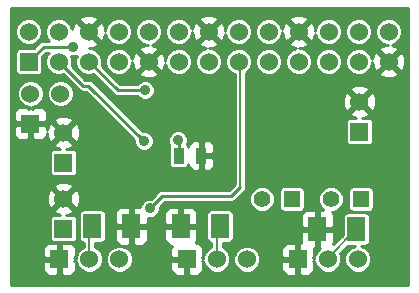
<source format=gbl>
G04 #@! TF.FileFunction,Copper,L2,Bot,Signal*
%FSLAX46Y46*%
G04 Gerber Fmt 4.6, Leading zero omitted, Abs format (unit mm)*
G04 Created by KiCad (PCBNEW (after 2015-mar-04 BZR unknown)-product) date 5/18/2015 8:11:33 PM*
%MOMM*%
G01*
G04 APERTURE LIST*
%ADD10C,0.150000*%
%ADD11R,1.524000X1.524000*%
%ADD12C,1.524000*%
%ADD13R,1.524000X2.032000*%
%ADD14R,1.397000X1.397000*%
%ADD15C,1.397000*%
%ADD16R,0.889000X1.397000*%
%ADD17C,0.889000*%
%ADD18C,0.254000*%
%ADD19C,0.203200*%
G04 APERTURE END LIST*
D10*
D11*
X46850000Y-34870000D03*
D12*
X46850000Y-32330000D03*
X49390000Y-34870000D03*
X49390000Y-32330000D03*
X51930000Y-34870000D03*
X51930000Y-32330000D03*
X54470000Y-34870000D03*
X54470000Y-32330000D03*
X57010000Y-34870000D03*
X57010000Y-32330000D03*
X59550000Y-34870000D03*
X59550000Y-32330000D03*
X62090000Y-34870000D03*
X62090000Y-32330000D03*
X64630000Y-34870000D03*
X64630000Y-32330000D03*
X67170000Y-34870000D03*
X67170000Y-32330000D03*
X69710000Y-34870000D03*
X69710000Y-32330000D03*
X72250000Y-34870000D03*
X72250000Y-32330000D03*
X74790000Y-34870000D03*
X74790000Y-32330000D03*
X77330000Y-34870000D03*
X77330000Y-32330000D03*
D11*
X69638000Y-51590000D03*
D12*
X72178000Y-51590000D03*
X74718000Y-51590000D03*
D11*
X60240000Y-51590000D03*
D12*
X62780000Y-51590000D03*
X65320000Y-51590000D03*
D11*
X49784000Y-43434000D03*
D12*
X49784000Y-40894000D03*
D11*
X49784000Y-49022000D03*
D12*
X49784000Y-46482000D03*
D11*
X49445000Y-51590000D03*
D12*
X51985000Y-51590000D03*
X54525000Y-51590000D03*
D11*
X74845000Y-40795000D03*
D12*
X74845000Y-38255000D03*
D13*
X63034000Y-48796000D03*
X59732000Y-48796000D03*
D14*
X74972000Y-46510000D03*
D15*
X72432000Y-46510000D03*
D14*
X69130000Y-46510000D03*
D15*
X66590000Y-46510000D03*
D13*
X52239000Y-48796000D03*
X55541000Y-48796000D03*
X74591000Y-49050000D03*
X71289000Y-49050000D03*
D16*
X59541500Y-42827000D03*
X61446500Y-42827000D03*
D11*
X46990000Y-40132000D03*
D12*
X46990000Y-37592000D03*
X49530000Y-37592000D03*
D17*
X50600000Y-33600000D03*
X59478000Y-41531600D03*
X57100000Y-47300000D03*
X56700000Y-37300000D03*
X56600000Y-41600000D03*
X58000000Y-38400000D03*
X63800000Y-44100000D03*
X56000000Y-43900000D03*
D18*
X46850000Y-34870000D02*
X46850000Y-34850000D01*
X48100000Y-33600000D02*
X50600000Y-33600000D01*
X46850000Y-34850000D02*
X48100000Y-33600000D01*
X59541500Y-41595100D02*
X59478000Y-41531600D01*
X59541500Y-42827000D02*
X59541500Y-41595100D01*
D19*
X64770000Y-45466000D02*
X64770000Y-35010000D01*
X64770000Y-35010000D02*
X64630000Y-34870000D01*
D18*
X57100000Y-47294000D02*
X58166000Y-46228000D01*
X58166000Y-46228000D02*
X64008000Y-46228000D01*
X64008000Y-46228000D02*
X64770000Y-45466000D01*
X57100000Y-47300000D02*
X57100000Y-47294000D01*
D19*
X62780000Y-49050000D02*
X63034000Y-48796000D01*
X62780000Y-51590000D02*
X62780000Y-49050000D01*
X51985000Y-49050000D02*
X52239000Y-48796000D01*
X51985000Y-51590000D02*
X51985000Y-49050000D01*
X72178000Y-51463000D02*
X74591000Y-49050000D01*
X72178000Y-51590000D02*
X72178000Y-51463000D01*
D18*
X54360000Y-37300000D02*
X51930000Y-34870000D01*
X56700000Y-37300000D02*
X54360000Y-37300000D01*
X56600000Y-41600000D02*
X51900000Y-36900000D01*
X51900000Y-36900000D02*
X51420000Y-36900000D01*
X51420000Y-36900000D02*
X49390000Y-34870000D01*
G36*
X78909800Y-53749800D02*
X78739144Y-53749800D01*
X78739144Y-35077698D01*
X78711362Y-34522632D01*
X78552397Y-34138857D01*
X78473198Y-34116140D01*
X78473198Y-32103641D01*
X78299554Y-31683388D01*
X77978303Y-31361577D01*
X77558354Y-31187199D01*
X77103641Y-31186802D01*
X76683388Y-31360446D01*
X76361577Y-31681697D01*
X76187199Y-32101646D01*
X76186802Y-32556359D01*
X76360446Y-32976612D01*
X76681697Y-33298423D01*
X77101646Y-33472801D01*
X77295660Y-33472970D01*
X76982632Y-33488638D01*
X76598857Y-33647603D01*
X76529392Y-33889787D01*
X77330000Y-34690395D01*
X78130608Y-33889787D01*
X78061143Y-33647603D01*
X77563741Y-33470147D01*
X77976612Y-33299554D01*
X78298423Y-32978303D01*
X78472801Y-32558354D01*
X78473198Y-32103641D01*
X78473198Y-34116140D01*
X78310213Y-34069392D01*
X77509605Y-34870000D01*
X78310213Y-35670608D01*
X78552397Y-35601143D01*
X78739144Y-35077698D01*
X78739144Y-53749800D01*
X78130608Y-53749800D01*
X78130608Y-35850213D01*
X77330000Y-35049605D01*
X77150395Y-35229210D01*
X77150395Y-34870000D01*
X76349787Y-34069392D01*
X76107603Y-34138857D01*
X75933198Y-34627706D01*
X75933198Y-32103641D01*
X75759554Y-31683388D01*
X75438303Y-31361577D01*
X75018354Y-31187199D01*
X74563641Y-31186802D01*
X74143388Y-31360446D01*
X73821577Y-31681697D01*
X73647199Y-32101646D01*
X73646802Y-32556359D01*
X73820446Y-32976612D01*
X74141697Y-33298423D01*
X74561646Y-33472801D01*
X75016359Y-33473198D01*
X75436612Y-33299554D01*
X75758423Y-32978303D01*
X75932801Y-32558354D01*
X75933198Y-32103641D01*
X75933198Y-34627706D01*
X75930147Y-34636258D01*
X75759554Y-34223388D01*
X75438303Y-33901577D01*
X75018354Y-33727199D01*
X74563641Y-33726802D01*
X74143388Y-33900446D01*
X73821577Y-34221697D01*
X73647199Y-34641646D01*
X73646802Y-35096359D01*
X73820446Y-35516612D01*
X74141697Y-35838423D01*
X74561646Y-36012801D01*
X75016359Y-36013198D01*
X75436612Y-35839554D01*
X75758423Y-35518303D01*
X75932801Y-35098354D01*
X75932970Y-34904339D01*
X75948638Y-35217368D01*
X76107603Y-35601143D01*
X76349787Y-35670608D01*
X77150395Y-34870000D01*
X77150395Y-35229210D01*
X76529392Y-35850213D01*
X76598857Y-36092397D01*
X77122302Y-36279144D01*
X77677368Y-36251362D01*
X78061143Y-36092397D01*
X78130608Y-35850213D01*
X78130608Y-53749800D01*
X76254144Y-53749800D01*
X76254144Y-38462698D01*
X76226362Y-37907632D01*
X76067397Y-37523857D01*
X75825213Y-37454392D01*
X75645608Y-37633997D01*
X75645608Y-37274787D01*
X75576143Y-37032603D01*
X75052698Y-36845856D01*
X74497632Y-36873638D01*
X74113857Y-37032603D01*
X74044392Y-37274787D01*
X74845000Y-38075395D01*
X75645608Y-37274787D01*
X75645608Y-37633997D01*
X75024605Y-38255000D01*
X75825213Y-39055608D01*
X76067397Y-38986143D01*
X76254144Y-38462698D01*
X76254144Y-53749800D01*
X76058964Y-53749800D01*
X76058964Y-47208500D01*
X76058964Y-45811500D01*
X76030778Y-45666226D01*
X75995464Y-45612467D01*
X75995464Y-41557000D01*
X75995464Y-40033000D01*
X75967278Y-39887726D01*
X75883404Y-39760044D01*
X75756784Y-39674574D01*
X75607000Y-39644536D01*
X75029056Y-39644536D01*
X75192368Y-39636362D01*
X75576143Y-39477397D01*
X75645608Y-39235213D01*
X74845000Y-38434605D01*
X74665395Y-38614210D01*
X74665395Y-38255000D01*
X73864787Y-37454392D01*
X73622603Y-37523857D01*
X73435856Y-38047302D01*
X73463638Y-38602368D01*
X73622603Y-38986143D01*
X73864787Y-39055608D01*
X74665395Y-38255000D01*
X74665395Y-38614210D01*
X74044392Y-39235213D01*
X74113857Y-39477397D01*
X74582341Y-39644536D01*
X74083000Y-39644536D01*
X73937726Y-39672722D01*
X73810044Y-39756596D01*
X73724574Y-39883216D01*
X73694536Y-40033000D01*
X73694536Y-41557000D01*
X73722722Y-41702274D01*
X73806596Y-41829956D01*
X73933216Y-41915426D01*
X74083000Y-41945464D01*
X75607000Y-41945464D01*
X75752274Y-41917278D01*
X75879956Y-41833404D01*
X75965426Y-41706784D01*
X75995464Y-41557000D01*
X75995464Y-45612467D01*
X75946904Y-45538544D01*
X75820284Y-45453074D01*
X75670500Y-45423036D01*
X74273500Y-45423036D01*
X74128226Y-45451222D01*
X74000544Y-45535096D01*
X73915074Y-45661716D01*
X73885036Y-45811500D01*
X73885036Y-47208500D01*
X73913222Y-47353774D01*
X73997096Y-47481456D01*
X74123716Y-47566926D01*
X74273500Y-47596964D01*
X75670500Y-47596964D01*
X75815774Y-47568778D01*
X75943456Y-47484904D01*
X76028926Y-47358284D01*
X76058964Y-47208500D01*
X76058964Y-53749800D01*
X75861198Y-53749800D01*
X75861198Y-51363641D01*
X75687554Y-50943388D01*
X75366303Y-50621577D01*
X74963850Y-50454464D01*
X75353000Y-50454464D01*
X75498274Y-50426278D01*
X75625956Y-50342404D01*
X75711426Y-50215784D01*
X75741464Y-50066000D01*
X75741464Y-48034000D01*
X75713278Y-47888726D01*
X75629404Y-47761044D01*
X75502784Y-47675574D01*
X75353000Y-47645536D01*
X73829000Y-47645536D01*
X73683726Y-47673722D01*
X73556044Y-47757596D01*
X73511687Y-47823308D01*
X73511687Y-46296216D01*
X73393198Y-46009451D01*
X73393198Y-34643641D01*
X73393198Y-32103641D01*
X73219554Y-31683388D01*
X72898303Y-31361577D01*
X72478354Y-31187199D01*
X72023641Y-31186802D01*
X71603388Y-31360446D01*
X71281577Y-31681697D01*
X71107199Y-32101646D01*
X71107029Y-32295660D01*
X71091362Y-31982632D01*
X70932397Y-31598857D01*
X70690213Y-31529392D01*
X70510608Y-31708997D01*
X70510608Y-31349787D01*
X70441143Y-31107603D01*
X69917698Y-30920856D01*
X69362632Y-30948638D01*
X68978857Y-31107603D01*
X68909392Y-31349787D01*
X69710000Y-32150395D01*
X70510608Y-31349787D01*
X70510608Y-31708997D01*
X69889605Y-32330000D01*
X70690213Y-33130608D01*
X70932397Y-33061143D01*
X71109852Y-32563741D01*
X71280446Y-32976612D01*
X71601697Y-33298423D01*
X72021646Y-33472801D01*
X72476359Y-33473198D01*
X72896612Y-33299554D01*
X73218423Y-32978303D01*
X73392801Y-32558354D01*
X73393198Y-32103641D01*
X73393198Y-34643641D01*
X73219554Y-34223388D01*
X72898303Y-33901577D01*
X72478354Y-33727199D01*
X72023641Y-33726802D01*
X71603388Y-33900446D01*
X71281577Y-34221697D01*
X71107199Y-34641646D01*
X71106802Y-35096359D01*
X71280446Y-35516612D01*
X71601697Y-35838423D01*
X72021646Y-36012801D01*
X72476359Y-36013198D01*
X72896612Y-35839554D01*
X73218423Y-35518303D01*
X73392801Y-35098354D01*
X73393198Y-34643641D01*
X73393198Y-46009451D01*
X73347689Y-45899311D01*
X73044286Y-45595378D01*
X72647668Y-45430687D01*
X72218216Y-45430313D01*
X71821311Y-45594311D01*
X71517378Y-45897714D01*
X71352687Y-46294332D01*
X71352313Y-46723784D01*
X71516311Y-47120689D01*
X71794136Y-47399000D01*
X71574750Y-47399000D01*
X71416000Y-47557750D01*
X71416000Y-48923000D01*
X72527250Y-48923000D01*
X72686000Y-48764250D01*
X72686000Y-48160309D01*
X72686000Y-47907690D01*
X72589327Y-47674301D01*
X72504589Y-47589564D01*
X72645784Y-47589687D01*
X73042689Y-47425689D01*
X73346622Y-47122286D01*
X73511313Y-46725668D01*
X73511687Y-46296216D01*
X73511687Y-47823308D01*
X73470574Y-47884216D01*
X73440536Y-48034000D01*
X73440536Y-49517964D01*
X72629296Y-50329203D01*
X72686000Y-50192310D01*
X72686000Y-49939691D01*
X72686000Y-49335750D01*
X72527250Y-49177000D01*
X71416000Y-49177000D01*
X71416000Y-50542250D01*
X71512775Y-50639025D01*
X71209577Y-50941697D01*
X71162000Y-51056275D01*
X71035199Y-51361646D01*
X71035000Y-51589575D01*
X71035000Y-51462998D01*
X70876252Y-51462998D01*
X71035000Y-51304250D01*
X71035000Y-50954309D01*
X71035000Y-50701690D01*
X71025498Y-50678751D01*
X71162000Y-50542250D01*
X71162000Y-49177000D01*
X71162000Y-48923000D01*
X71162000Y-47557750D01*
X71003250Y-47399000D01*
X70853198Y-47399000D01*
X70853198Y-34643641D01*
X70679554Y-34223388D01*
X70358303Y-33901577D01*
X69938354Y-33727199D01*
X69744339Y-33727029D01*
X70057368Y-33711362D01*
X70441143Y-33552397D01*
X70510608Y-33310213D01*
X69710000Y-32509605D01*
X69530395Y-32689210D01*
X69530395Y-32330000D01*
X68729787Y-31529392D01*
X68487603Y-31598857D01*
X68310147Y-32096258D01*
X68139554Y-31683388D01*
X67818303Y-31361577D01*
X67398354Y-31187199D01*
X66943641Y-31186802D01*
X66523388Y-31360446D01*
X66201577Y-31681697D01*
X66027199Y-32101646D01*
X66026802Y-32556359D01*
X66200446Y-32976612D01*
X66521697Y-33298423D01*
X66941646Y-33472801D01*
X67396359Y-33473198D01*
X67816612Y-33299554D01*
X68138423Y-32978303D01*
X68312801Y-32558354D01*
X68312970Y-32364339D01*
X68328638Y-32677368D01*
X68487603Y-33061143D01*
X68729787Y-33130608D01*
X69530395Y-32330000D01*
X69530395Y-32689210D01*
X68909392Y-33310213D01*
X68978857Y-33552397D01*
X69476258Y-33729852D01*
X69063388Y-33900446D01*
X68741577Y-34221697D01*
X68567199Y-34641646D01*
X68566802Y-35096359D01*
X68740446Y-35516612D01*
X69061697Y-35838423D01*
X69481646Y-36012801D01*
X69936359Y-36013198D01*
X70356612Y-35839554D01*
X70678423Y-35518303D01*
X70852801Y-35098354D01*
X70853198Y-34643641D01*
X70853198Y-47399000D01*
X70400691Y-47399000D01*
X70216964Y-47475102D01*
X70216964Y-47208500D01*
X70216964Y-45811500D01*
X70188778Y-45666226D01*
X70104904Y-45538544D01*
X69978284Y-45453074D01*
X69828500Y-45423036D01*
X68431500Y-45423036D01*
X68313198Y-45445988D01*
X68313198Y-34643641D01*
X68139554Y-34223388D01*
X67818303Y-33901577D01*
X67398354Y-33727199D01*
X66943641Y-33726802D01*
X66523388Y-33900446D01*
X66201577Y-34221697D01*
X66027199Y-34641646D01*
X66026802Y-35096359D01*
X66200446Y-35516612D01*
X66521697Y-35838423D01*
X66941646Y-36012801D01*
X67396359Y-36013198D01*
X67816612Y-35839554D01*
X68138423Y-35518303D01*
X68312801Y-35098354D01*
X68313198Y-34643641D01*
X68313198Y-45445988D01*
X68286226Y-45451222D01*
X68158544Y-45535096D01*
X68073074Y-45661716D01*
X68043036Y-45811500D01*
X68043036Y-47208500D01*
X68071222Y-47353774D01*
X68155096Y-47481456D01*
X68281716Y-47566926D01*
X68431500Y-47596964D01*
X69828500Y-47596964D01*
X69973774Y-47568778D01*
X70101456Y-47484904D01*
X70186926Y-47358284D01*
X70216964Y-47208500D01*
X70216964Y-47475102D01*
X70167302Y-47495673D01*
X69988673Y-47674301D01*
X69892000Y-47907690D01*
X69892000Y-48160309D01*
X69892000Y-48764250D01*
X70050750Y-48923000D01*
X71162000Y-48923000D01*
X71162000Y-49177000D01*
X70050750Y-49177000D01*
X69892000Y-49335750D01*
X69892000Y-49939691D01*
X69892000Y-50192310D01*
X69901501Y-50215248D01*
X69765000Y-50351750D01*
X69765000Y-51463000D01*
X69785000Y-51463000D01*
X69785000Y-51717000D01*
X69765000Y-51717000D01*
X69765000Y-52828250D01*
X69923750Y-52987000D01*
X70526309Y-52987000D01*
X70759698Y-52890327D01*
X70938327Y-52711699D01*
X71035000Y-52478310D01*
X71035000Y-52225691D01*
X71035000Y-51875750D01*
X70876252Y-51717002D01*
X71034888Y-51717002D01*
X71034802Y-51816359D01*
X71208446Y-52236612D01*
X71529697Y-52558423D01*
X71949646Y-52732801D01*
X72404359Y-52733198D01*
X72824612Y-52559554D01*
X73146423Y-52238303D01*
X73320801Y-51818354D01*
X73321198Y-51363641D01*
X73215549Y-51107950D01*
X73869036Y-50454464D01*
X74473097Y-50454464D01*
X74071388Y-50620446D01*
X73749577Y-50941697D01*
X73575199Y-51361646D01*
X73574802Y-51816359D01*
X73748446Y-52236612D01*
X74069697Y-52558423D01*
X74489646Y-52732801D01*
X74944359Y-52733198D01*
X75364612Y-52559554D01*
X75686423Y-52238303D01*
X75860801Y-51818354D01*
X75861198Y-51363641D01*
X75861198Y-53749800D01*
X71035000Y-53749800D01*
X69511000Y-53749800D01*
X69511000Y-52828250D01*
X69511000Y-51717000D01*
X69511000Y-51463000D01*
X69511000Y-50351750D01*
X69352250Y-50193000D01*
X68749691Y-50193000D01*
X68516302Y-50289673D01*
X68337673Y-50468301D01*
X68241000Y-50701690D01*
X68241000Y-50954309D01*
X68241000Y-51304250D01*
X68399750Y-51463000D01*
X69511000Y-51463000D01*
X69511000Y-51717000D01*
X68399750Y-51717000D01*
X68241000Y-51875750D01*
X68241000Y-52225691D01*
X68241000Y-52478310D01*
X68337673Y-52711699D01*
X68516302Y-52890327D01*
X68749691Y-52987000D01*
X69352250Y-52987000D01*
X69511000Y-52828250D01*
X69511000Y-53749800D01*
X67669687Y-53749800D01*
X67669687Y-46296216D01*
X67505689Y-45899311D01*
X67202286Y-45595378D01*
X66805668Y-45430687D01*
X66376216Y-45430313D01*
X65979311Y-45594311D01*
X65773198Y-45800064D01*
X65773198Y-34643641D01*
X65773198Y-32103641D01*
X65599554Y-31683388D01*
X65278303Y-31361577D01*
X64858354Y-31187199D01*
X64403641Y-31186802D01*
X63983388Y-31360446D01*
X63661577Y-31681697D01*
X63487199Y-32101646D01*
X63487029Y-32295660D01*
X63471362Y-31982632D01*
X63312397Y-31598857D01*
X63070213Y-31529392D01*
X62890608Y-31708997D01*
X62890608Y-31349787D01*
X62821143Y-31107603D01*
X62297698Y-30920856D01*
X61742632Y-30948638D01*
X61358857Y-31107603D01*
X61289392Y-31349787D01*
X62090000Y-32150395D01*
X62890608Y-31349787D01*
X62890608Y-31708997D01*
X62269605Y-32330000D01*
X63070213Y-33130608D01*
X63312397Y-33061143D01*
X63489852Y-32563741D01*
X63660446Y-32976612D01*
X63981697Y-33298423D01*
X64401646Y-33472801D01*
X64856359Y-33473198D01*
X65276612Y-33299554D01*
X65598423Y-32978303D01*
X65772801Y-32558354D01*
X65773198Y-32103641D01*
X65773198Y-34643641D01*
X65599554Y-34223388D01*
X65278303Y-33901577D01*
X64858354Y-33727199D01*
X64403641Y-33726802D01*
X63983388Y-33900446D01*
X63661577Y-34221697D01*
X63487199Y-34641646D01*
X63486802Y-35096359D01*
X63660446Y-35516612D01*
X63981697Y-35838423D01*
X64287400Y-35965361D01*
X64287400Y-45230180D01*
X63797580Y-45720000D01*
X63233198Y-45720000D01*
X63233198Y-34643641D01*
X63059554Y-34223388D01*
X62738303Y-33901577D01*
X62318354Y-33727199D01*
X62124339Y-33727029D01*
X62437368Y-33711362D01*
X62821143Y-33552397D01*
X62890608Y-33310213D01*
X62090000Y-32509605D01*
X61910395Y-32689210D01*
X61910395Y-32330000D01*
X61109787Y-31529392D01*
X60867603Y-31598857D01*
X60690147Y-32096258D01*
X60519554Y-31683388D01*
X60198303Y-31361577D01*
X59778354Y-31187199D01*
X59323641Y-31186802D01*
X58903388Y-31360446D01*
X58581577Y-31681697D01*
X58407199Y-32101646D01*
X58406802Y-32556359D01*
X58580446Y-32976612D01*
X58901697Y-33298423D01*
X59321646Y-33472801D01*
X59776359Y-33473198D01*
X60196612Y-33299554D01*
X60518423Y-32978303D01*
X60692801Y-32558354D01*
X60692970Y-32364339D01*
X60708638Y-32677368D01*
X60867603Y-33061143D01*
X61109787Y-33130608D01*
X61910395Y-32330000D01*
X61910395Y-32689210D01*
X61289392Y-33310213D01*
X61358857Y-33552397D01*
X61856258Y-33729852D01*
X61443388Y-33900446D01*
X61121577Y-34221697D01*
X60947199Y-34641646D01*
X60946802Y-35096359D01*
X61120446Y-35516612D01*
X61441697Y-35838423D01*
X61861646Y-36012801D01*
X62316359Y-36013198D01*
X62736612Y-35839554D01*
X63058423Y-35518303D01*
X63232801Y-35098354D01*
X63233198Y-34643641D01*
X63233198Y-45720000D01*
X62526000Y-45720000D01*
X62526000Y-43651810D01*
X62526000Y-43399191D01*
X62526000Y-43112750D01*
X62526000Y-42541250D01*
X62526000Y-42254809D01*
X62526000Y-42002190D01*
X62429327Y-41768801D01*
X62250698Y-41590173D01*
X62017309Y-41493500D01*
X61732250Y-41493500D01*
X61573500Y-41652250D01*
X61573500Y-42700000D01*
X62367250Y-42700000D01*
X62526000Y-42541250D01*
X62526000Y-43112750D01*
X62367250Y-42954000D01*
X61573500Y-42954000D01*
X61573500Y-44001750D01*
X61732250Y-44160500D01*
X62017309Y-44160500D01*
X62250698Y-44063827D01*
X62429327Y-43885199D01*
X62526000Y-43651810D01*
X62526000Y-45720000D01*
X61319500Y-45720000D01*
X61319500Y-44001750D01*
X61319500Y-42954000D01*
X61299500Y-42954000D01*
X61299500Y-42700000D01*
X61319500Y-42700000D01*
X61319500Y-41652250D01*
X61160750Y-41493500D01*
X60875691Y-41493500D01*
X60693198Y-41569091D01*
X60693198Y-34643641D01*
X60519554Y-34223388D01*
X60198303Y-33901577D01*
X59778354Y-33727199D01*
X59323641Y-33726802D01*
X58903388Y-33900446D01*
X58581577Y-34221697D01*
X58407199Y-34641646D01*
X58407029Y-34835660D01*
X58391362Y-34522632D01*
X58232397Y-34138857D01*
X58153198Y-34116140D01*
X58153198Y-32103641D01*
X57979554Y-31683388D01*
X57658303Y-31361577D01*
X57238354Y-31187199D01*
X56783641Y-31186802D01*
X56363388Y-31360446D01*
X56041577Y-31681697D01*
X55867199Y-32101646D01*
X55866802Y-32556359D01*
X56040446Y-32976612D01*
X56361697Y-33298423D01*
X56781646Y-33472801D01*
X56975660Y-33472970D01*
X56662632Y-33488638D01*
X56278857Y-33647603D01*
X56209392Y-33889787D01*
X57010000Y-34690395D01*
X57810608Y-33889787D01*
X57741143Y-33647603D01*
X57243741Y-33470147D01*
X57656612Y-33299554D01*
X57978423Y-32978303D01*
X58152801Y-32558354D01*
X58153198Y-32103641D01*
X58153198Y-34116140D01*
X57990213Y-34069392D01*
X57189605Y-34870000D01*
X57990213Y-35670608D01*
X58232397Y-35601143D01*
X58409852Y-35103741D01*
X58580446Y-35516612D01*
X58901697Y-35838423D01*
X59321646Y-36012801D01*
X59776359Y-36013198D01*
X60196612Y-35839554D01*
X60518423Y-35518303D01*
X60692801Y-35098354D01*
X60693198Y-34643641D01*
X60693198Y-41569091D01*
X60642302Y-41590173D01*
X60463673Y-41768801D01*
X60367000Y-42002190D01*
X60367000Y-42090029D01*
X60346278Y-41983226D01*
X60262404Y-41855544D01*
X60242815Y-41842321D01*
X60303357Y-41696523D01*
X60303643Y-41368118D01*
X60178233Y-41064602D01*
X59946219Y-40832183D01*
X59642923Y-40706243D01*
X59314518Y-40705957D01*
X59011002Y-40831367D01*
X58778583Y-41063381D01*
X58652643Y-41366677D01*
X58652357Y-41695082D01*
X58757789Y-41950248D01*
X58738574Y-41978716D01*
X58708536Y-42128500D01*
X58708536Y-43525500D01*
X58736722Y-43670774D01*
X58820596Y-43798456D01*
X58947216Y-43883926D01*
X59097000Y-43913964D01*
X59986000Y-43913964D01*
X60131274Y-43885778D01*
X60258956Y-43801904D01*
X60344426Y-43675284D01*
X60367000Y-43562719D01*
X60367000Y-43651810D01*
X60463673Y-43885199D01*
X60642302Y-44063827D01*
X60875691Y-44160500D01*
X61160750Y-44160500D01*
X61319500Y-44001750D01*
X61319500Y-45720000D01*
X58166000Y-45720000D01*
X57971597Y-45758669D01*
X57810608Y-45866238D01*
X57810608Y-35850213D01*
X57010000Y-35049605D01*
X56830395Y-35229210D01*
X56830395Y-34870000D01*
X56029787Y-34069392D01*
X55787603Y-34138857D01*
X55613198Y-34627706D01*
X55613198Y-32103641D01*
X55439554Y-31683388D01*
X55118303Y-31361577D01*
X54698354Y-31187199D01*
X54243641Y-31186802D01*
X53823388Y-31360446D01*
X53501577Y-31681697D01*
X53327199Y-32101646D01*
X53327029Y-32295660D01*
X53311362Y-31982632D01*
X53152397Y-31598857D01*
X52910213Y-31529392D01*
X52730608Y-31708997D01*
X52730608Y-31349787D01*
X52661143Y-31107603D01*
X52137698Y-30920856D01*
X51582632Y-30948638D01*
X51198857Y-31107603D01*
X51129392Y-31349787D01*
X51930000Y-32150395D01*
X52730608Y-31349787D01*
X52730608Y-31708997D01*
X52109605Y-32330000D01*
X52910213Y-33130608D01*
X53152397Y-33061143D01*
X53329852Y-32563741D01*
X53500446Y-32976612D01*
X53821697Y-33298423D01*
X54241646Y-33472801D01*
X54696359Y-33473198D01*
X55116612Y-33299554D01*
X55438423Y-32978303D01*
X55612801Y-32558354D01*
X55613198Y-32103641D01*
X55613198Y-34627706D01*
X55610147Y-34636258D01*
X55439554Y-34223388D01*
X55118303Y-33901577D01*
X54698354Y-33727199D01*
X54243641Y-33726802D01*
X53823388Y-33900446D01*
X53501577Y-34221697D01*
X53327199Y-34641646D01*
X53326802Y-35096359D01*
X53500446Y-35516612D01*
X53821697Y-35838423D01*
X54241646Y-36012801D01*
X54696359Y-36013198D01*
X55116612Y-35839554D01*
X55438423Y-35518303D01*
X55612801Y-35098354D01*
X55612970Y-34904339D01*
X55628638Y-35217368D01*
X55787603Y-35601143D01*
X56029787Y-35670608D01*
X56830395Y-34870000D01*
X56830395Y-35229210D01*
X56209392Y-35850213D01*
X56278857Y-36092397D01*
X56802302Y-36279144D01*
X57357368Y-36251362D01*
X57741143Y-36092397D01*
X57810608Y-35850213D01*
X57810608Y-45866238D01*
X57806790Y-45868790D01*
X57525643Y-46149936D01*
X57525643Y-37136518D01*
X57400233Y-36833002D01*
X57168219Y-36600583D01*
X56864923Y-36474643D01*
X56536518Y-36474357D01*
X56233002Y-36599767D01*
X56040433Y-36792000D01*
X54570420Y-36792000D01*
X53015285Y-35236865D01*
X53072801Y-35098354D01*
X53073198Y-34643641D01*
X52899554Y-34223388D01*
X52578303Y-33901577D01*
X52158354Y-33727199D01*
X51964339Y-33727029D01*
X52277368Y-33711362D01*
X52661143Y-33552397D01*
X52730608Y-33310213D01*
X51930000Y-32509605D01*
X51915857Y-32523747D01*
X51736252Y-32344142D01*
X51750395Y-32330000D01*
X50949787Y-31529392D01*
X50707603Y-31598857D01*
X50530147Y-32096258D01*
X50359554Y-31683388D01*
X50038303Y-31361577D01*
X49618354Y-31187199D01*
X49163641Y-31186802D01*
X48743388Y-31360446D01*
X48421577Y-31681697D01*
X48247199Y-32101646D01*
X48246802Y-32556359D01*
X48420446Y-32976612D01*
X48535633Y-33092000D01*
X48100000Y-33092000D01*
X47993198Y-33113244D01*
X47993198Y-32103641D01*
X47819554Y-31683388D01*
X47498303Y-31361577D01*
X47078354Y-31187199D01*
X46623641Y-31186802D01*
X46203388Y-31360446D01*
X45881577Y-31681697D01*
X45707199Y-32101646D01*
X45706802Y-32556359D01*
X45880446Y-32976612D01*
X46201697Y-33298423D01*
X46621646Y-33472801D01*
X47076359Y-33473198D01*
X47496612Y-33299554D01*
X47818423Y-32978303D01*
X47992801Y-32558354D01*
X47993198Y-32103641D01*
X47993198Y-33113244D01*
X47905597Y-33130669D01*
X47740790Y-33240790D01*
X47262044Y-33719536D01*
X46088000Y-33719536D01*
X45942726Y-33747722D01*
X45815044Y-33831596D01*
X45729574Y-33958216D01*
X45699536Y-34108000D01*
X45699536Y-35632000D01*
X45727722Y-35777274D01*
X45811596Y-35904956D01*
X45938216Y-35990426D01*
X46088000Y-36020464D01*
X47612000Y-36020464D01*
X47757274Y-35992278D01*
X47884956Y-35908404D01*
X47970426Y-35781784D01*
X48000464Y-35632000D01*
X48000464Y-34417956D01*
X48310420Y-34108000D01*
X48535472Y-34108000D01*
X48421577Y-34221697D01*
X48247199Y-34641646D01*
X48246802Y-35096359D01*
X48420446Y-35516612D01*
X48741697Y-35838423D01*
X49161646Y-36012801D01*
X49616359Y-36013198D01*
X49756763Y-35955184D01*
X51060790Y-37259211D01*
X51225597Y-37369331D01*
X51420000Y-37408000D01*
X51689580Y-37408000D01*
X55774592Y-41493012D01*
X55774357Y-41763482D01*
X55899767Y-42066998D01*
X56131781Y-42299417D01*
X56435077Y-42425357D01*
X56763482Y-42425643D01*
X57066998Y-42300233D01*
X57299417Y-42068219D01*
X57425357Y-41764923D01*
X57425643Y-41436518D01*
X57300233Y-41133002D01*
X57068219Y-40900583D01*
X56764923Y-40774643D01*
X56492826Y-40774406D01*
X52259210Y-36540790D01*
X52094403Y-36430669D01*
X51900000Y-36392000D01*
X51630420Y-36392000D01*
X50475285Y-35236865D01*
X50532801Y-35098354D01*
X50533198Y-34643641D01*
X50443008Y-34425363D01*
X50763482Y-34425643D01*
X50900378Y-34369078D01*
X50787199Y-34641646D01*
X50786802Y-35096359D01*
X50960446Y-35516612D01*
X51281697Y-35838423D01*
X51701646Y-36012801D01*
X52156359Y-36013198D01*
X52296764Y-35955184D01*
X54000790Y-37659210D01*
X54165597Y-37769331D01*
X54360000Y-37808000D01*
X56040697Y-37808000D01*
X56231781Y-37999417D01*
X56535077Y-38125357D01*
X56863482Y-38125643D01*
X57166998Y-38000233D01*
X57399417Y-37768219D01*
X57525357Y-37464923D01*
X57525643Y-37136518D01*
X57525643Y-46149936D01*
X57200992Y-46474587D01*
X56936518Y-46474357D01*
X56633002Y-46599767D01*
X56400583Y-46831781D01*
X56274643Y-47135077D01*
X56274634Y-47145000D01*
X55826750Y-47145000D01*
X55668000Y-47303750D01*
X55668000Y-48669000D01*
X56779250Y-48669000D01*
X56938000Y-48510250D01*
X56938000Y-48125359D01*
X57263482Y-48125643D01*
X57566998Y-48000233D01*
X57799417Y-47768219D01*
X57925357Y-47464923D01*
X57925599Y-47186820D01*
X58376420Y-46736000D01*
X64008000Y-46736000D01*
X64202403Y-46697331D01*
X64367210Y-46587210D01*
X65129210Y-45825210D01*
X65239331Y-45660403D01*
X65278000Y-45466000D01*
X65252600Y-45338304D01*
X65252600Y-35849475D01*
X65276612Y-35839554D01*
X65598423Y-35518303D01*
X65772801Y-35098354D01*
X65773198Y-34643641D01*
X65773198Y-45800064D01*
X65675378Y-45897714D01*
X65510687Y-46294332D01*
X65510313Y-46723784D01*
X65674311Y-47120689D01*
X65977714Y-47424622D01*
X66374332Y-47589313D01*
X66803784Y-47589687D01*
X67200689Y-47425689D01*
X67504622Y-47122286D01*
X67669313Y-46725668D01*
X67669687Y-46296216D01*
X67669687Y-53749800D01*
X66463198Y-53749800D01*
X66463198Y-51363641D01*
X66289554Y-50943388D01*
X65968303Y-50621577D01*
X65548354Y-50447199D01*
X65093641Y-50446802D01*
X64673388Y-50620446D01*
X64351577Y-50941697D01*
X64184464Y-51344149D01*
X64184464Y-49812000D01*
X64184464Y-47780000D01*
X64156278Y-47634726D01*
X64072404Y-47507044D01*
X63945784Y-47421574D01*
X63796000Y-47391536D01*
X62272000Y-47391536D01*
X62126726Y-47419722D01*
X61999044Y-47503596D01*
X61913574Y-47630216D01*
X61883536Y-47780000D01*
X61883536Y-49812000D01*
X61911722Y-49957274D01*
X61995596Y-50084956D01*
X62122216Y-50170426D01*
X62272000Y-50200464D01*
X62297400Y-50200464D01*
X62297400Y-50552678D01*
X62133388Y-50620446D01*
X61811577Y-50941697D01*
X61637199Y-51361646D01*
X61637000Y-51589575D01*
X61637000Y-51462998D01*
X61478252Y-51462998D01*
X61637000Y-51304250D01*
X61637000Y-50954309D01*
X61637000Y-50701690D01*
X61540327Y-50468301D01*
X61361698Y-50289673D01*
X61128309Y-50193000D01*
X61011025Y-50193000D01*
X61032327Y-50171699D01*
X61129000Y-49938310D01*
X61129000Y-49685691D01*
X61129000Y-49081750D01*
X61129000Y-48510250D01*
X61129000Y-47906309D01*
X61129000Y-47653690D01*
X61032327Y-47420301D01*
X60853698Y-47241673D01*
X60620309Y-47145000D01*
X60017750Y-47145000D01*
X59859000Y-47303750D01*
X59859000Y-48669000D01*
X60970250Y-48669000D01*
X61129000Y-48510250D01*
X61129000Y-49081750D01*
X60970250Y-48923000D01*
X59859000Y-48923000D01*
X59859000Y-48943000D01*
X59605000Y-48943000D01*
X59605000Y-48923000D01*
X59605000Y-48669000D01*
X59605000Y-47303750D01*
X59446250Y-47145000D01*
X58843691Y-47145000D01*
X58610302Y-47241673D01*
X58431673Y-47420301D01*
X58335000Y-47653690D01*
X58335000Y-47906309D01*
X58335000Y-48510250D01*
X58493750Y-48669000D01*
X59605000Y-48669000D01*
X59605000Y-48923000D01*
X58493750Y-48923000D01*
X58335000Y-49081750D01*
X58335000Y-49685691D01*
X58335000Y-49938310D01*
X58431673Y-50171699D01*
X58610302Y-50350327D01*
X58843691Y-50447000D01*
X58960974Y-50447000D01*
X58939673Y-50468301D01*
X58843000Y-50701690D01*
X58843000Y-50954309D01*
X58843000Y-51304250D01*
X59001750Y-51463000D01*
X60113000Y-51463000D01*
X60113000Y-51443000D01*
X60367000Y-51443000D01*
X60367000Y-51463000D01*
X60387000Y-51463000D01*
X60387000Y-51717000D01*
X60367000Y-51717000D01*
X60367000Y-52828250D01*
X60525750Y-52987000D01*
X61128309Y-52987000D01*
X61361698Y-52890327D01*
X61540327Y-52711699D01*
X61637000Y-52478310D01*
X61637000Y-52225691D01*
X61637000Y-51875750D01*
X61478252Y-51717002D01*
X61636888Y-51717002D01*
X61636802Y-51816359D01*
X61810446Y-52236612D01*
X62131697Y-52558423D01*
X62551646Y-52732801D01*
X63006359Y-52733198D01*
X63426612Y-52559554D01*
X63748423Y-52238303D01*
X63922801Y-51818354D01*
X63923198Y-51363641D01*
X63749554Y-50943388D01*
X63428303Y-50621577D01*
X63262600Y-50552771D01*
X63262600Y-50200464D01*
X63796000Y-50200464D01*
X63941274Y-50172278D01*
X64068956Y-50088404D01*
X64154426Y-49961784D01*
X64184464Y-49812000D01*
X64184464Y-51344149D01*
X64177199Y-51361646D01*
X64176802Y-51816359D01*
X64350446Y-52236612D01*
X64671697Y-52558423D01*
X65091646Y-52732801D01*
X65546359Y-52733198D01*
X65966612Y-52559554D01*
X66288423Y-52238303D01*
X66462801Y-51818354D01*
X66463198Y-51363641D01*
X66463198Y-53749800D01*
X61637000Y-53749800D01*
X60113000Y-53749800D01*
X60113000Y-52828250D01*
X60113000Y-51717000D01*
X59001750Y-51717000D01*
X58843000Y-51875750D01*
X58843000Y-52225691D01*
X58843000Y-52478310D01*
X58939673Y-52711699D01*
X59118302Y-52890327D01*
X59351691Y-52987000D01*
X59954250Y-52987000D01*
X60113000Y-52828250D01*
X60113000Y-53749800D01*
X56938000Y-53749800D01*
X56938000Y-49938310D01*
X56938000Y-49685691D01*
X56938000Y-49081750D01*
X56779250Y-48923000D01*
X55668000Y-48923000D01*
X55668000Y-50288250D01*
X55826750Y-50447000D01*
X56429309Y-50447000D01*
X56662698Y-50350327D01*
X56841327Y-50171699D01*
X56938000Y-49938310D01*
X56938000Y-53749800D01*
X55668198Y-53749800D01*
X55668198Y-51363641D01*
X55494554Y-50943388D01*
X55414000Y-50862693D01*
X55414000Y-50288250D01*
X55414000Y-48923000D01*
X55414000Y-48669000D01*
X55414000Y-47303750D01*
X55255250Y-47145000D01*
X54652691Y-47145000D01*
X54419302Y-47241673D01*
X54240673Y-47420301D01*
X54144000Y-47653690D01*
X54144000Y-47906309D01*
X54144000Y-48510250D01*
X54302750Y-48669000D01*
X55414000Y-48669000D01*
X55414000Y-48923000D01*
X54302750Y-48923000D01*
X54144000Y-49081750D01*
X54144000Y-49685691D01*
X54144000Y-49938310D01*
X54240673Y-50171699D01*
X54419302Y-50350327D01*
X54652691Y-50447000D01*
X55255250Y-50447000D01*
X55414000Y-50288250D01*
X55414000Y-50862693D01*
X55173303Y-50621577D01*
X54753354Y-50447199D01*
X54298641Y-50446802D01*
X53878388Y-50620446D01*
X53556577Y-50941697D01*
X53389464Y-51344149D01*
X53389464Y-49812000D01*
X53389464Y-47780000D01*
X53361278Y-47634726D01*
X53277404Y-47507044D01*
X53150784Y-47421574D01*
X53001000Y-47391536D01*
X51477000Y-47391536D01*
X51331726Y-47419722D01*
X51204044Y-47503596D01*
X51193144Y-47519743D01*
X51193144Y-46689698D01*
X51193144Y-41101698D01*
X51165362Y-40546632D01*
X51006397Y-40162857D01*
X50764213Y-40093392D01*
X50673198Y-40184407D01*
X50673198Y-37365641D01*
X50499554Y-36945388D01*
X50178303Y-36623577D01*
X49758354Y-36449199D01*
X49303641Y-36448802D01*
X48883388Y-36622446D01*
X48561577Y-36943697D01*
X48387199Y-37363646D01*
X48386802Y-37818359D01*
X48560446Y-38238612D01*
X48881697Y-38560423D01*
X49301646Y-38734801D01*
X49756359Y-38735198D01*
X50176612Y-38561554D01*
X50498423Y-38240303D01*
X50672801Y-37820354D01*
X50673198Y-37365641D01*
X50673198Y-40184407D01*
X50584608Y-40272997D01*
X50584608Y-39913787D01*
X50515143Y-39671603D01*
X49991698Y-39484856D01*
X49436632Y-39512638D01*
X49052857Y-39671603D01*
X48983392Y-39913787D01*
X49784000Y-40714395D01*
X50584608Y-39913787D01*
X50584608Y-40272997D01*
X49963605Y-40894000D01*
X50764213Y-41694608D01*
X51006397Y-41625143D01*
X51193144Y-41101698D01*
X51193144Y-46689698D01*
X51165362Y-46134632D01*
X51006397Y-45750857D01*
X50934464Y-45730224D01*
X50934464Y-44196000D01*
X50934464Y-42672000D01*
X50906278Y-42526726D01*
X50822404Y-42399044D01*
X50695784Y-42313574D01*
X50546000Y-42283536D01*
X49968056Y-42283536D01*
X50131368Y-42275362D01*
X50515143Y-42116397D01*
X50584608Y-41874213D01*
X49784000Y-41073605D01*
X49604395Y-41253210D01*
X49604395Y-40894000D01*
X48803787Y-40093392D01*
X48561603Y-40162857D01*
X48387000Y-40652262D01*
X48387000Y-40417750D01*
X48387000Y-39846250D01*
X48387000Y-39243691D01*
X48290327Y-39010302D01*
X48133198Y-38853172D01*
X48111699Y-38831673D01*
X47878310Y-38735000D01*
X47625691Y-38735000D01*
X47275750Y-38735000D01*
X47117002Y-38893748D01*
X47117002Y-38735111D01*
X47216359Y-38735198D01*
X47636612Y-38561554D01*
X47958423Y-38240303D01*
X48132801Y-37820354D01*
X48133198Y-37365641D01*
X47959554Y-36945388D01*
X47638303Y-36623577D01*
X47218354Y-36449199D01*
X46763641Y-36448802D01*
X46343388Y-36622446D01*
X46021577Y-36943697D01*
X45847199Y-37363646D01*
X45846802Y-37818359D01*
X46020446Y-38238612D01*
X46341697Y-38560423D01*
X46761646Y-38734801D01*
X46989575Y-38735000D01*
X46862998Y-38735000D01*
X46862998Y-38893748D01*
X46704250Y-38735000D01*
X46354309Y-38735000D01*
X46101690Y-38735000D01*
X45868301Y-38831673D01*
X45689673Y-39010302D01*
X45593000Y-39243691D01*
X45593000Y-39846250D01*
X45751750Y-40005000D01*
X46863000Y-40005000D01*
X46863000Y-39985000D01*
X47117000Y-39985000D01*
X47117000Y-40005000D01*
X48228250Y-40005000D01*
X48387000Y-39846250D01*
X48387000Y-40417750D01*
X48228250Y-40259000D01*
X47117000Y-40259000D01*
X47117000Y-41370250D01*
X47275750Y-41529000D01*
X47625691Y-41529000D01*
X47878310Y-41529000D01*
X48111699Y-41432327D01*
X48290327Y-41253698D01*
X48387000Y-41020309D01*
X48387000Y-40928931D01*
X48402638Y-41241368D01*
X48561603Y-41625143D01*
X48803787Y-41694608D01*
X49604395Y-40894000D01*
X49604395Y-41253210D01*
X48983392Y-41874213D01*
X49052857Y-42116397D01*
X49521341Y-42283536D01*
X49022000Y-42283536D01*
X48876726Y-42311722D01*
X48749044Y-42395596D01*
X48663574Y-42522216D01*
X48633536Y-42672000D01*
X48633536Y-44196000D01*
X48661722Y-44341274D01*
X48745596Y-44468956D01*
X48872216Y-44554426D01*
X49022000Y-44584464D01*
X50546000Y-44584464D01*
X50691274Y-44556278D01*
X50818956Y-44472404D01*
X50904426Y-44345784D01*
X50934464Y-44196000D01*
X50934464Y-45730224D01*
X50764213Y-45681392D01*
X50584608Y-45860997D01*
X50584608Y-45501787D01*
X50515143Y-45259603D01*
X49991698Y-45072856D01*
X49436632Y-45100638D01*
X49052857Y-45259603D01*
X48983392Y-45501787D01*
X49784000Y-46302395D01*
X50584608Y-45501787D01*
X50584608Y-45860997D01*
X49963605Y-46482000D01*
X50764213Y-47282608D01*
X51006397Y-47213143D01*
X51193144Y-46689698D01*
X51193144Y-47519743D01*
X51118574Y-47630216D01*
X51088536Y-47780000D01*
X51088536Y-49812000D01*
X51116722Y-49957274D01*
X51200596Y-50084956D01*
X51327216Y-50170426D01*
X51477000Y-50200464D01*
X51502400Y-50200464D01*
X51502400Y-50552678D01*
X51338388Y-50620446D01*
X51016577Y-50941697D01*
X50934464Y-51139447D01*
X50934464Y-49784000D01*
X50934464Y-48260000D01*
X50906278Y-48114726D01*
X50822404Y-47987044D01*
X50695784Y-47901574D01*
X50546000Y-47871536D01*
X49968056Y-47871536D01*
X50131368Y-47863362D01*
X50515143Y-47704397D01*
X50584608Y-47462213D01*
X49784000Y-46661605D01*
X49604395Y-46841210D01*
X49604395Y-46482000D01*
X48803787Y-45681392D01*
X48561603Y-45750857D01*
X48374856Y-46274302D01*
X48402638Y-46829368D01*
X48561603Y-47213143D01*
X48803787Y-47282608D01*
X49604395Y-46482000D01*
X49604395Y-46841210D01*
X48983392Y-47462213D01*
X49052857Y-47704397D01*
X49521341Y-47871536D01*
X49022000Y-47871536D01*
X48876726Y-47899722D01*
X48749044Y-47983596D01*
X48663574Y-48110216D01*
X48633536Y-48260000D01*
X48633536Y-49784000D01*
X48661722Y-49929274D01*
X48745596Y-50056956D01*
X48872216Y-50142426D01*
X49022000Y-50172464D01*
X50546000Y-50172464D01*
X50691274Y-50144278D01*
X50818956Y-50060404D01*
X50904426Y-49933784D01*
X50934464Y-49784000D01*
X50934464Y-51139447D01*
X50842199Y-51361646D01*
X50842000Y-51589575D01*
X50842000Y-51462998D01*
X50683252Y-51462998D01*
X50842000Y-51304250D01*
X50842000Y-50954309D01*
X50842000Y-50701690D01*
X50745327Y-50468301D01*
X50566698Y-50289673D01*
X50333309Y-50193000D01*
X49730750Y-50193000D01*
X49572000Y-50351750D01*
X49572000Y-51463000D01*
X49592000Y-51463000D01*
X49592000Y-51717000D01*
X49572000Y-51717000D01*
X49572000Y-52828250D01*
X49730750Y-52987000D01*
X50333309Y-52987000D01*
X50566698Y-52890327D01*
X50745327Y-52711699D01*
X50842000Y-52478310D01*
X50842000Y-52225691D01*
X50842000Y-51875750D01*
X50683252Y-51717002D01*
X50841888Y-51717002D01*
X50841802Y-51816359D01*
X51015446Y-52236612D01*
X51336697Y-52558423D01*
X51756646Y-52732801D01*
X52211359Y-52733198D01*
X52631612Y-52559554D01*
X52953423Y-52238303D01*
X53127801Y-51818354D01*
X53128198Y-51363641D01*
X52954554Y-50943388D01*
X52633303Y-50621577D01*
X52467600Y-50552771D01*
X52467600Y-50200464D01*
X53001000Y-50200464D01*
X53146274Y-50172278D01*
X53273956Y-50088404D01*
X53359426Y-49961784D01*
X53389464Y-49812000D01*
X53389464Y-51344149D01*
X53382199Y-51361646D01*
X53381802Y-51816359D01*
X53555446Y-52236612D01*
X53876697Y-52558423D01*
X54296646Y-52732801D01*
X54751359Y-52733198D01*
X55171612Y-52559554D01*
X55493423Y-52238303D01*
X55667801Y-51818354D01*
X55668198Y-51363641D01*
X55668198Y-53749800D01*
X50842000Y-53749800D01*
X49318000Y-53749800D01*
X49318000Y-52828250D01*
X49318000Y-51717000D01*
X49318000Y-51463000D01*
X49318000Y-50351750D01*
X49159250Y-50193000D01*
X48556691Y-50193000D01*
X48323302Y-50289673D01*
X48144673Y-50468301D01*
X48048000Y-50701690D01*
X48048000Y-50954309D01*
X48048000Y-51304250D01*
X48206750Y-51463000D01*
X49318000Y-51463000D01*
X49318000Y-51717000D01*
X48206750Y-51717000D01*
X48048000Y-51875750D01*
X48048000Y-52225691D01*
X48048000Y-52478310D01*
X48144673Y-52711699D01*
X48323302Y-52890327D01*
X48556691Y-52987000D01*
X49159250Y-52987000D01*
X49318000Y-52828250D01*
X49318000Y-53749800D01*
X46863000Y-53749800D01*
X46863000Y-41370250D01*
X46863000Y-40259000D01*
X45751750Y-40259000D01*
X45593000Y-40417750D01*
X45593000Y-41020309D01*
X45689673Y-41253698D01*
X45868301Y-41432327D01*
X46101690Y-41529000D01*
X46354309Y-41529000D01*
X46704250Y-41529000D01*
X46863000Y-41370250D01*
X46863000Y-53749800D01*
X45380200Y-53749800D01*
X45380200Y-30380200D01*
X78909800Y-30380200D01*
X78909800Y-53749800D01*
X78909800Y-53749800D01*
G37*
X78909800Y-53749800D02*
X78739144Y-53749800D01*
X78739144Y-35077698D01*
X78711362Y-34522632D01*
X78552397Y-34138857D01*
X78473198Y-34116140D01*
X78473198Y-32103641D01*
X78299554Y-31683388D01*
X77978303Y-31361577D01*
X77558354Y-31187199D01*
X77103641Y-31186802D01*
X76683388Y-31360446D01*
X76361577Y-31681697D01*
X76187199Y-32101646D01*
X76186802Y-32556359D01*
X76360446Y-32976612D01*
X76681697Y-33298423D01*
X77101646Y-33472801D01*
X77295660Y-33472970D01*
X76982632Y-33488638D01*
X76598857Y-33647603D01*
X76529392Y-33889787D01*
X77330000Y-34690395D01*
X78130608Y-33889787D01*
X78061143Y-33647603D01*
X77563741Y-33470147D01*
X77976612Y-33299554D01*
X78298423Y-32978303D01*
X78472801Y-32558354D01*
X78473198Y-32103641D01*
X78473198Y-34116140D01*
X78310213Y-34069392D01*
X77509605Y-34870000D01*
X78310213Y-35670608D01*
X78552397Y-35601143D01*
X78739144Y-35077698D01*
X78739144Y-53749800D01*
X78130608Y-53749800D01*
X78130608Y-35850213D01*
X77330000Y-35049605D01*
X77150395Y-35229210D01*
X77150395Y-34870000D01*
X76349787Y-34069392D01*
X76107603Y-34138857D01*
X75933198Y-34627706D01*
X75933198Y-32103641D01*
X75759554Y-31683388D01*
X75438303Y-31361577D01*
X75018354Y-31187199D01*
X74563641Y-31186802D01*
X74143388Y-31360446D01*
X73821577Y-31681697D01*
X73647199Y-32101646D01*
X73646802Y-32556359D01*
X73820446Y-32976612D01*
X74141697Y-33298423D01*
X74561646Y-33472801D01*
X75016359Y-33473198D01*
X75436612Y-33299554D01*
X75758423Y-32978303D01*
X75932801Y-32558354D01*
X75933198Y-32103641D01*
X75933198Y-34627706D01*
X75930147Y-34636258D01*
X75759554Y-34223388D01*
X75438303Y-33901577D01*
X75018354Y-33727199D01*
X74563641Y-33726802D01*
X74143388Y-33900446D01*
X73821577Y-34221697D01*
X73647199Y-34641646D01*
X73646802Y-35096359D01*
X73820446Y-35516612D01*
X74141697Y-35838423D01*
X74561646Y-36012801D01*
X75016359Y-36013198D01*
X75436612Y-35839554D01*
X75758423Y-35518303D01*
X75932801Y-35098354D01*
X75932970Y-34904339D01*
X75948638Y-35217368D01*
X76107603Y-35601143D01*
X76349787Y-35670608D01*
X77150395Y-34870000D01*
X77150395Y-35229210D01*
X76529392Y-35850213D01*
X76598857Y-36092397D01*
X77122302Y-36279144D01*
X77677368Y-36251362D01*
X78061143Y-36092397D01*
X78130608Y-35850213D01*
X78130608Y-53749800D01*
X76254144Y-53749800D01*
X76254144Y-38462698D01*
X76226362Y-37907632D01*
X76067397Y-37523857D01*
X75825213Y-37454392D01*
X75645608Y-37633997D01*
X75645608Y-37274787D01*
X75576143Y-37032603D01*
X75052698Y-36845856D01*
X74497632Y-36873638D01*
X74113857Y-37032603D01*
X74044392Y-37274787D01*
X74845000Y-38075395D01*
X75645608Y-37274787D01*
X75645608Y-37633997D01*
X75024605Y-38255000D01*
X75825213Y-39055608D01*
X76067397Y-38986143D01*
X76254144Y-38462698D01*
X76254144Y-53749800D01*
X76058964Y-53749800D01*
X76058964Y-47208500D01*
X76058964Y-45811500D01*
X76030778Y-45666226D01*
X75995464Y-45612467D01*
X75995464Y-41557000D01*
X75995464Y-40033000D01*
X75967278Y-39887726D01*
X75883404Y-39760044D01*
X75756784Y-39674574D01*
X75607000Y-39644536D01*
X75029056Y-39644536D01*
X75192368Y-39636362D01*
X75576143Y-39477397D01*
X75645608Y-39235213D01*
X74845000Y-38434605D01*
X74665395Y-38614210D01*
X74665395Y-38255000D01*
X73864787Y-37454392D01*
X73622603Y-37523857D01*
X73435856Y-38047302D01*
X73463638Y-38602368D01*
X73622603Y-38986143D01*
X73864787Y-39055608D01*
X74665395Y-38255000D01*
X74665395Y-38614210D01*
X74044392Y-39235213D01*
X74113857Y-39477397D01*
X74582341Y-39644536D01*
X74083000Y-39644536D01*
X73937726Y-39672722D01*
X73810044Y-39756596D01*
X73724574Y-39883216D01*
X73694536Y-40033000D01*
X73694536Y-41557000D01*
X73722722Y-41702274D01*
X73806596Y-41829956D01*
X73933216Y-41915426D01*
X74083000Y-41945464D01*
X75607000Y-41945464D01*
X75752274Y-41917278D01*
X75879956Y-41833404D01*
X75965426Y-41706784D01*
X75995464Y-41557000D01*
X75995464Y-45612467D01*
X75946904Y-45538544D01*
X75820284Y-45453074D01*
X75670500Y-45423036D01*
X74273500Y-45423036D01*
X74128226Y-45451222D01*
X74000544Y-45535096D01*
X73915074Y-45661716D01*
X73885036Y-45811500D01*
X73885036Y-47208500D01*
X73913222Y-47353774D01*
X73997096Y-47481456D01*
X74123716Y-47566926D01*
X74273500Y-47596964D01*
X75670500Y-47596964D01*
X75815774Y-47568778D01*
X75943456Y-47484904D01*
X76028926Y-47358284D01*
X76058964Y-47208500D01*
X76058964Y-53749800D01*
X75861198Y-53749800D01*
X75861198Y-51363641D01*
X75687554Y-50943388D01*
X75366303Y-50621577D01*
X74963850Y-50454464D01*
X75353000Y-50454464D01*
X75498274Y-50426278D01*
X75625956Y-50342404D01*
X75711426Y-50215784D01*
X75741464Y-50066000D01*
X75741464Y-48034000D01*
X75713278Y-47888726D01*
X75629404Y-47761044D01*
X75502784Y-47675574D01*
X75353000Y-47645536D01*
X73829000Y-47645536D01*
X73683726Y-47673722D01*
X73556044Y-47757596D01*
X73511687Y-47823308D01*
X73511687Y-46296216D01*
X73393198Y-46009451D01*
X73393198Y-34643641D01*
X73393198Y-32103641D01*
X73219554Y-31683388D01*
X72898303Y-31361577D01*
X72478354Y-31187199D01*
X72023641Y-31186802D01*
X71603388Y-31360446D01*
X71281577Y-31681697D01*
X71107199Y-32101646D01*
X71107029Y-32295660D01*
X71091362Y-31982632D01*
X70932397Y-31598857D01*
X70690213Y-31529392D01*
X70510608Y-31708997D01*
X70510608Y-31349787D01*
X70441143Y-31107603D01*
X69917698Y-30920856D01*
X69362632Y-30948638D01*
X68978857Y-31107603D01*
X68909392Y-31349787D01*
X69710000Y-32150395D01*
X70510608Y-31349787D01*
X70510608Y-31708997D01*
X69889605Y-32330000D01*
X70690213Y-33130608D01*
X70932397Y-33061143D01*
X71109852Y-32563741D01*
X71280446Y-32976612D01*
X71601697Y-33298423D01*
X72021646Y-33472801D01*
X72476359Y-33473198D01*
X72896612Y-33299554D01*
X73218423Y-32978303D01*
X73392801Y-32558354D01*
X73393198Y-32103641D01*
X73393198Y-34643641D01*
X73219554Y-34223388D01*
X72898303Y-33901577D01*
X72478354Y-33727199D01*
X72023641Y-33726802D01*
X71603388Y-33900446D01*
X71281577Y-34221697D01*
X71107199Y-34641646D01*
X71106802Y-35096359D01*
X71280446Y-35516612D01*
X71601697Y-35838423D01*
X72021646Y-36012801D01*
X72476359Y-36013198D01*
X72896612Y-35839554D01*
X73218423Y-35518303D01*
X73392801Y-35098354D01*
X73393198Y-34643641D01*
X73393198Y-46009451D01*
X73347689Y-45899311D01*
X73044286Y-45595378D01*
X72647668Y-45430687D01*
X72218216Y-45430313D01*
X71821311Y-45594311D01*
X71517378Y-45897714D01*
X71352687Y-46294332D01*
X71352313Y-46723784D01*
X71516311Y-47120689D01*
X71794136Y-47399000D01*
X71574750Y-47399000D01*
X71416000Y-47557750D01*
X71416000Y-48923000D01*
X72527250Y-48923000D01*
X72686000Y-48764250D01*
X72686000Y-48160309D01*
X72686000Y-47907690D01*
X72589327Y-47674301D01*
X72504589Y-47589564D01*
X72645784Y-47589687D01*
X73042689Y-47425689D01*
X73346622Y-47122286D01*
X73511313Y-46725668D01*
X73511687Y-46296216D01*
X73511687Y-47823308D01*
X73470574Y-47884216D01*
X73440536Y-48034000D01*
X73440536Y-49517964D01*
X72629296Y-50329203D01*
X72686000Y-50192310D01*
X72686000Y-49939691D01*
X72686000Y-49335750D01*
X72527250Y-49177000D01*
X71416000Y-49177000D01*
X71416000Y-50542250D01*
X71512775Y-50639025D01*
X71209577Y-50941697D01*
X71162000Y-51056275D01*
X71035199Y-51361646D01*
X71035000Y-51589575D01*
X71035000Y-51462998D01*
X70876252Y-51462998D01*
X71035000Y-51304250D01*
X71035000Y-50954309D01*
X71035000Y-50701690D01*
X71025498Y-50678751D01*
X71162000Y-50542250D01*
X71162000Y-49177000D01*
X71162000Y-48923000D01*
X71162000Y-47557750D01*
X71003250Y-47399000D01*
X70853198Y-47399000D01*
X70853198Y-34643641D01*
X70679554Y-34223388D01*
X70358303Y-33901577D01*
X69938354Y-33727199D01*
X69744339Y-33727029D01*
X70057368Y-33711362D01*
X70441143Y-33552397D01*
X70510608Y-33310213D01*
X69710000Y-32509605D01*
X69530395Y-32689210D01*
X69530395Y-32330000D01*
X68729787Y-31529392D01*
X68487603Y-31598857D01*
X68310147Y-32096258D01*
X68139554Y-31683388D01*
X67818303Y-31361577D01*
X67398354Y-31187199D01*
X66943641Y-31186802D01*
X66523388Y-31360446D01*
X66201577Y-31681697D01*
X66027199Y-32101646D01*
X66026802Y-32556359D01*
X66200446Y-32976612D01*
X66521697Y-33298423D01*
X66941646Y-33472801D01*
X67396359Y-33473198D01*
X67816612Y-33299554D01*
X68138423Y-32978303D01*
X68312801Y-32558354D01*
X68312970Y-32364339D01*
X68328638Y-32677368D01*
X68487603Y-33061143D01*
X68729787Y-33130608D01*
X69530395Y-32330000D01*
X69530395Y-32689210D01*
X68909392Y-33310213D01*
X68978857Y-33552397D01*
X69476258Y-33729852D01*
X69063388Y-33900446D01*
X68741577Y-34221697D01*
X68567199Y-34641646D01*
X68566802Y-35096359D01*
X68740446Y-35516612D01*
X69061697Y-35838423D01*
X69481646Y-36012801D01*
X69936359Y-36013198D01*
X70356612Y-35839554D01*
X70678423Y-35518303D01*
X70852801Y-35098354D01*
X70853198Y-34643641D01*
X70853198Y-47399000D01*
X70400691Y-47399000D01*
X70216964Y-47475102D01*
X70216964Y-47208500D01*
X70216964Y-45811500D01*
X70188778Y-45666226D01*
X70104904Y-45538544D01*
X69978284Y-45453074D01*
X69828500Y-45423036D01*
X68431500Y-45423036D01*
X68313198Y-45445988D01*
X68313198Y-34643641D01*
X68139554Y-34223388D01*
X67818303Y-33901577D01*
X67398354Y-33727199D01*
X66943641Y-33726802D01*
X66523388Y-33900446D01*
X66201577Y-34221697D01*
X66027199Y-34641646D01*
X66026802Y-35096359D01*
X66200446Y-35516612D01*
X66521697Y-35838423D01*
X66941646Y-36012801D01*
X67396359Y-36013198D01*
X67816612Y-35839554D01*
X68138423Y-35518303D01*
X68312801Y-35098354D01*
X68313198Y-34643641D01*
X68313198Y-45445988D01*
X68286226Y-45451222D01*
X68158544Y-45535096D01*
X68073074Y-45661716D01*
X68043036Y-45811500D01*
X68043036Y-47208500D01*
X68071222Y-47353774D01*
X68155096Y-47481456D01*
X68281716Y-47566926D01*
X68431500Y-47596964D01*
X69828500Y-47596964D01*
X69973774Y-47568778D01*
X70101456Y-47484904D01*
X70186926Y-47358284D01*
X70216964Y-47208500D01*
X70216964Y-47475102D01*
X70167302Y-47495673D01*
X69988673Y-47674301D01*
X69892000Y-47907690D01*
X69892000Y-48160309D01*
X69892000Y-48764250D01*
X70050750Y-48923000D01*
X71162000Y-48923000D01*
X71162000Y-49177000D01*
X70050750Y-49177000D01*
X69892000Y-49335750D01*
X69892000Y-49939691D01*
X69892000Y-50192310D01*
X69901501Y-50215248D01*
X69765000Y-50351750D01*
X69765000Y-51463000D01*
X69785000Y-51463000D01*
X69785000Y-51717000D01*
X69765000Y-51717000D01*
X69765000Y-52828250D01*
X69923750Y-52987000D01*
X70526309Y-52987000D01*
X70759698Y-52890327D01*
X70938327Y-52711699D01*
X71035000Y-52478310D01*
X71035000Y-52225691D01*
X71035000Y-51875750D01*
X70876252Y-51717002D01*
X71034888Y-51717002D01*
X71034802Y-51816359D01*
X71208446Y-52236612D01*
X71529697Y-52558423D01*
X71949646Y-52732801D01*
X72404359Y-52733198D01*
X72824612Y-52559554D01*
X73146423Y-52238303D01*
X73320801Y-51818354D01*
X73321198Y-51363641D01*
X73215549Y-51107950D01*
X73869036Y-50454464D01*
X74473097Y-50454464D01*
X74071388Y-50620446D01*
X73749577Y-50941697D01*
X73575199Y-51361646D01*
X73574802Y-51816359D01*
X73748446Y-52236612D01*
X74069697Y-52558423D01*
X74489646Y-52732801D01*
X74944359Y-52733198D01*
X75364612Y-52559554D01*
X75686423Y-52238303D01*
X75860801Y-51818354D01*
X75861198Y-51363641D01*
X75861198Y-53749800D01*
X71035000Y-53749800D01*
X69511000Y-53749800D01*
X69511000Y-52828250D01*
X69511000Y-51717000D01*
X69511000Y-51463000D01*
X69511000Y-50351750D01*
X69352250Y-50193000D01*
X68749691Y-50193000D01*
X68516302Y-50289673D01*
X68337673Y-50468301D01*
X68241000Y-50701690D01*
X68241000Y-50954309D01*
X68241000Y-51304250D01*
X68399750Y-51463000D01*
X69511000Y-51463000D01*
X69511000Y-51717000D01*
X68399750Y-51717000D01*
X68241000Y-51875750D01*
X68241000Y-52225691D01*
X68241000Y-52478310D01*
X68337673Y-52711699D01*
X68516302Y-52890327D01*
X68749691Y-52987000D01*
X69352250Y-52987000D01*
X69511000Y-52828250D01*
X69511000Y-53749800D01*
X67669687Y-53749800D01*
X67669687Y-46296216D01*
X67505689Y-45899311D01*
X67202286Y-45595378D01*
X66805668Y-45430687D01*
X66376216Y-45430313D01*
X65979311Y-45594311D01*
X65773198Y-45800064D01*
X65773198Y-34643641D01*
X65773198Y-32103641D01*
X65599554Y-31683388D01*
X65278303Y-31361577D01*
X64858354Y-31187199D01*
X64403641Y-31186802D01*
X63983388Y-31360446D01*
X63661577Y-31681697D01*
X63487199Y-32101646D01*
X63487029Y-32295660D01*
X63471362Y-31982632D01*
X63312397Y-31598857D01*
X63070213Y-31529392D01*
X62890608Y-31708997D01*
X62890608Y-31349787D01*
X62821143Y-31107603D01*
X62297698Y-30920856D01*
X61742632Y-30948638D01*
X61358857Y-31107603D01*
X61289392Y-31349787D01*
X62090000Y-32150395D01*
X62890608Y-31349787D01*
X62890608Y-31708997D01*
X62269605Y-32330000D01*
X63070213Y-33130608D01*
X63312397Y-33061143D01*
X63489852Y-32563741D01*
X63660446Y-32976612D01*
X63981697Y-33298423D01*
X64401646Y-33472801D01*
X64856359Y-33473198D01*
X65276612Y-33299554D01*
X65598423Y-32978303D01*
X65772801Y-32558354D01*
X65773198Y-32103641D01*
X65773198Y-34643641D01*
X65599554Y-34223388D01*
X65278303Y-33901577D01*
X64858354Y-33727199D01*
X64403641Y-33726802D01*
X63983388Y-33900446D01*
X63661577Y-34221697D01*
X63487199Y-34641646D01*
X63486802Y-35096359D01*
X63660446Y-35516612D01*
X63981697Y-35838423D01*
X64287400Y-35965361D01*
X64287400Y-45230180D01*
X63797580Y-45720000D01*
X63233198Y-45720000D01*
X63233198Y-34643641D01*
X63059554Y-34223388D01*
X62738303Y-33901577D01*
X62318354Y-33727199D01*
X62124339Y-33727029D01*
X62437368Y-33711362D01*
X62821143Y-33552397D01*
X62890608Y-33310213D01*
X62090000Y-32509605D01*
X61910395Y-32689210D01*
X61910395Y-32330000D01*
X61109787Y-31529392D01*
X60867603Y-31598857D01*
X60690147Y-32096258D01*
X60519554Y-31683388D01*
X60198303Y-31361577D01*
X59778354Y-31187199D01*
X59323641Y-31186802D01*
X58903388Y-31360446D01*
X58581577Y-31681697D01*
X58407199Y-32101646D01*
X58406802Y-32556359D01*
X58580446Y-32976612D01*
X58901697Y-33298423D01*
X59321646Y-33472801D01*
X59776359Y-33473198D01*
X60196612Y-33299554D01*
X60518423Y-32978303D01*
X60692801Y-32558354D01*
X60692970Y-32364339D01*
X60708638Y-32677368D01*
X60867603Y-33061143D01*
X61109787Y-33130608D01*
X61910395Y-32330000D01*
X61910395Y-32689210D01*
X61289392Y-33310213D01*
X61358857Y-33552397D01*
X61856258Y-33729852D01*
X61443388Y-33900446D01*
X61121577Y-34221697D01*
X60947199Y-34641646D01*
X60946802Y-35096359D01*
X61120446Y-35516612D01*
X61441697Y-35838423D01*
X61861646Y-36012801D01*
X62316359Y-36013198D01*
X62736612Y-35839554D01*
X63058423Y-35518303D01*
X63232801Y-35098354D01*
X63233198Y-34643641D01*
X63233198Y-45720000D01*
X62526000Y-45720000D01*
X62526000Y-43651810D01*
X62526000Y-43399191D01*
X62526000Y-43112750D01*
X62526000Y-42541250D01*
X62526000Y-42254809D01*
X62526000Y-42002190D01*
X62429327Y-41768801D01*
X62250698Y-41590173D01*
X62017309Y-41493500D01*
X61732250Y-41493500D01*
X61573500Y-41652250D01*
X61573500Y-42700000D01*
X62367250Y-42700000D01*
X62526000Y-42541250D01*
X62526000Y-43112750D01*
X62367250Y-42954000D01*
X61573500Y-42954000D01*
X61573500Y-44001750D01*
X61732250Y-44160500D01*
X62017309Y-44160500D01*
X62250698Y-44063827D01*
X62429327Y-43885199D01*
X62526000Y-43651810D01*
X62526000Y-45720000D01*
X61319500Y-45720000D01*
X61319500Y-44001750D01*
X61319500Y-42954000D01*
X61299500Y-42954000D01*
X61299500Y-42700000D01*
X61319500Y-42700000D01*
X61319500Y-41652250D01*
X61160750Y-41493500D01*
X60875691Y-41493500D01*
X60693198Y-41569091D01*
X60693198Y-34643641D01*
X60519554Y-34223388D01*
X60198303Y-33901577D01*
X59778354Y-33727199D01*
X59323641Y-33726802D01*
X58903388Y-33900446D01*
X58581577Y-34221697D01*
X58407199Y-34641646D01*
X58407029Y-34835660D01*
X58391362Y-34522632D01*
X58232397Y-34138857D01*
X58153198Y-34116140D01*
X58153198Y-32103641D01*
X57979554Y-31683388D01*
X57658303Y-31361577D01*
X57238354Y-31187199D01*
X56783641Y-31186802D01*
X56363388Y-31360446D01*
X56041577Y-31681697D01*
X55867199Y-32101646D01*
X55866802Y-32556359D01*
X56040446Y-32976612D01*
X56361697Y-33298423D01*
X56781646Y-33472801D01*
X56975660Y-33472970D01*
X56662632Y-33488638D01*
X56278857Y-33647603D01*
X56209392Y-33889787D01*
X57010000Y-34690395D01*
X57810608Y-33889787D01*
X57741143Y-33647603D01*
X57243741Y-33470147D01*
X57656612Y-33299554D01*
X57978423Y-32978303D01*
X58152801Y-32558354D01*
X58153198Y-32103641D01*
X58153198Y-34116140D01*
X57990213Y-34069392D01*
X57189605Y-34870000D01*
X57990213Y-35670608D01*
X58232397Y-35601143D01*
X58409852Y-35103741D01*
X58580446Y-35516612D01*
X58901697Y-35838423D01*
X59321646Y-36012801D01*
X59776359Y-36013198D01*
X60196612Y-35839554D01*
X60518423Y-35518303D01*
X60692801Y-35098354D01*
X60693198Y-34643641D01*
X60693198Y-41569091D01*
X60642302Y-41590173D01*
X60463673Y-41768801D01*
X60367000Y-42002190D01*
X60367000Y-42090029D01*
X60346278Y-41983226D01*
X60262404Y-41855544D01*
X60242815Y-41842321D01*
X60303357Y-41696523D01*
X60303643Y-41368118D01*
X60178233Y-41064602D01*
X59946219Y-40832183D01*
X59642923Y-40706243D01*
X59314518Y-40705957D01*
X59011002Y-40831367D01*
X58778583Y-41063381D01*
X58652643Y-41366677D01*
X58652357Y-41695082D01*
X58757789Y-41950248D01*
X58738574Y-41978716D01*
X58708536Y-42128500D01*
X58708536Y-43525500D01*
X58736722Y-43670774D01*
X58820596Y-43798456D01*
X58947216Y-43883926D01*
X59097000Y-43913964D01*
X59986000Y-43913964D01*
X60131274Y-43885778D01*
X60258956Y-43801904D01*
X60344426Y-43675284D01*
X60367000Y-43562719D01*
X60367000Y-43651810D01*
X60463673Y-43885199D01*
X60642302Y-44063827D01*
X60875691Y-44160500D01*
X61160750Y-44160500D01*
X61319500Y-44001750D01*
X61319500Y-45720000D01*
X58166000Y-45720000D01*
X57971597Y-45758669D01*
X57810608Y-45866238D01*
X57810608Y-35850213D01*
X57010000Y-35049605D01*
X56830395Y-35229210D01*
X56830395Y-34870000D01*
X56029787Y-34069392D01*
X55787603Y-34138857D01*
X55613198Y-34627706D01*
X55613198Y-32103641D01*
X55439554Y-31683388D01*
X55118303Y-31361577D01*
X54698354Y-31187199D01*
X54243641Y-31186802D01*
X53823388Y-31360446D01*
X53501577Y-31681697D01*
X53327199Y-32101646D01*
X53327029Y-32295660D01*
X53311362Y-31982632D01*
X53152397Y-31598857D01*
X52910213Y-31529392D01*
X52730608Y-31708997D01*
X52730608Y-31349787D01*
X52661143Y-31107603D01*
X52137698Y-30920856D01*
X51582632Y-30948638D01*
X51198857Y-31107603D01*
X51129392Y-31349787D01*
X51930000Y-32150395D01*
X52730608Y-31349787D01*
X52730608Y-31708997D01*
X52109605Y-32330000D01*
X52910213Y-33130608D01*
X53152397Y-33061143D01*
X53329852Y-32563741D01*
X53500446Y-32976612D01*
X53821697Y-33298423D01*
X54241646Y-33472801D01*
X54696359Y-33473198D01*
X55116612Y-33299554D01*
X55438423Y-32978303D01*
X55612801Y-32558354D01*
X55613198Y-32103641D01*
X55613198Y-34627706D01*
X55610147Y-34636258D01*
X55439554Y-34223388D01*
X55118303Y-33901577D01*
X54698354Y-33727199D01*
X54243641Y-33726802D01*
X53823388Y-33900446D01*
X53501577Y-34221697D01*
X53327199Y-34641646D01*
X53326802Y-35096359D01*
X53500446Y-35516612D01*
X53821697Y-35838423D01*
X54241646Y-36012801D01*
X54696359Y-36013198D01*
X55116612Y-35839554D01*
X55438423Y-35518303D01*
X55612801Y-35098354D01*
X55612970Y-34904339D01*
X55628638Y-35217368D01*
X55787603Y-35601143D01*
X56029787Y-35670608D01*
X56830395Y-34870000D01*
X56830395Y-35229210D01*
X56209392Y-35850213D01*
X56278857Y-36092397D01*
X56802302Y-36279144D01*
X57357368Y-36251362D01*
X57741143Y-36092397D01*
X57810608Y-35850213D01*
X57810608Y-45866238D01*
X57806790Y-45868790D01*
X57525643Y-46149936D01*
X57525643Y-37136518D01*
X57400233Y-36833002D01*
X57168219Y-36600583D01*
X56864923Y-36474643D01*
X56536518Y-36474357D01*
X56233002Y-36599767D01*
X56040433Y-36792000D01*
X54570420Y-36792000D01*
X53015285Y-35236865D01*
X53072801Y-35098354D01*
X53073198Y-34643641D01*
X52899554Y-34223388D01*
X52578303Y-33901577D01*
X52158354Y-33727199D01*
X51964339Y-33727029D01*
X52277368Y-33711362D01*
X52661143Y-33552397D01*
X52730608Y-33310213D01*
X51930000Y-32509605D01*
X51915857Y-32523747D01*
X51736252Y-32344142D01*
X51750395Y-32330000D01*
X50949787Y-31529392D01*
X50707603Y-31598857D01*
X50530147Y-32096258D01*
X50359554Y-31683388D01*
X50038303Y-31361577D01*
X49618354Y-31187199D01*
X49163641Y-31186802D01*
X48743388Y-31360446D01*
X48421577Y-31681697D01*
X48247199Y-32101646D01*
X48246802Y-32556359D01*
X48420446Y-32976612D01*
X48535633Y-33092000D01*
X48100000Y-33092000D01*
X47993198Y-33113244D01*
X47993198Y-32103641D01*
X47819554Y-31683388D01*
X47498303Y-31361577D01*
X47078354Y-31187199D01*
X46623641Y-31186802D01*
X46203388Y-31360446D01*
X45881577Y-31681697D01*
X45707199Y-32101646D01*
X45706802Y-32556359D01*
X45880446Y-32976612D01*
X46201697Y-33298423D01*
X46621646Y-33472801D01*
X47076359Y-33473198D01*
X47496612Y-33299554D01*
X47818423Y-32978303D01*
X47992801Y-32558354D01*
X47993198Y-32103641D01*
X47993198Y-33113244D01*
X47905597Y-33130669D01*
X47740790Y-33240790D01*
X47262044Y-33719536D01*
X46088000Y-33719536D01*
X45942726Y-33747722D01*
X45815044Y-33831596D01*
X45729574Y-33958216D01*
X45699536Y-34108000D01*
X45699536Y-35632000D01*
X45727722Y-35777274D01*
X45811596Y-35904956D01*
X45938216Y-35990426D01*
X46088000Y-36020464D01*
X47612000Y-36020464D01*
X47757274Y-35992278D01*
X47884956Y-35908404D01*
X47970426Y-35781784D01*
X48000464Y-35632000D01*
X48000464Y-34417956D01*
X48310420Y-34108000D01*
X48535472Y-34108000D01*
X48421577Y-34221697D01*
X48247199Y-34641646D01*
X48246802Y-35096359D01*
X48420446Y-35516612D01*
X48741697Y-35838423D01*
X49161646Y-36012801D01*
X49616359Y-36013198D01*
X49756763Y-35955184D01*
X51060790Y-37259211D01*
X51225597Y-37369331D01*
X51420000Y-37408000D01*
X51689580Y-37408000D01*
X55774592Y-41493012D01*
X55774357Y-41763482D01*
X55899767Y-42066998D01*
X56131781Y-42299417D01*
X56435077Y-42425357D01*
X56763482Y-42425643D01*
X57066998Y-42300233D01*
X57299417Y-42068219D01*
X57425357Y-41764923D01*
X57425643Y-41436518D01*
X57300233Y-41133002D01*
X57068219Y-40900583D01*
X56764923Y-40774643D01*
X56492826Y-40774406D01*
X52259210Y-36540790D01*
X52094403Y-36430669D01*
X51900000Y-36392000D01*
X51630420Y-36392000D01*
X50475285Y-35236865D01*
X50532801Y-35098354D01*
X50533198Y-34643641D01*
X50443008Y-34425363D01*
X50763482Y-34425643D01*
X50900378Y-34369078D01*
X50787199Y-34641646D01*
X50786802Y-35096359D01*
X50960446Y-35516612D01*
X51281697Y-35838423D01*
X51701646Y-36012801D01*
X52156359Y-36013198D01*
X52296764Y-35955184D01*
X54000790Y-37659210D01*
X54165597Y-37769331D01*
X54360000Y-37808000D01*
X56040697Y-37808000D01*
X56231781Y-37999417D01*
X56535077Y-38125357D01*
X56863482Y-38125643D01*
X57166998Y-38000233D01*
X57399417Y-37768219D01*
X57525357Y-37464923D01*
X57525643Y-37136518D01*
X57525643Y-46149936D01*
X57200992Y-46474587D01*
X56936518Y-46474357D01*
X56633002Y-46599767D01*
X56400583Y-46831781D01*
X56274643Y-47135077D01*
X56274634Y-47145000D01*
X55826750Y-47145000D01*
X55668000Y-47303750D01*
X55668000Y-48669000D01*
X56779250Y-48669000D01*
X56938000Y-48510250D01*
X56938000Y-48125359D01*
X57263482Y-48125643D01*
X57566998Y-48000233D01*
X57799417Y-47768219D01*
X57925357Y-47464923D01*
X57925599Y-47186820D01*
X58376420Y-46736000D01*
X64008000Y-46736000D01*
X64202403Y-46697331D01*
X64367210Y-46587210D01*
X65129210Y-45825210D01*
X65239331Y-45660403D01*
X65278000Y-45466000D01*
X65252600Y-45338304D01*
X65252600Y-35849475D01*
X65276612Y-35839554D01*
X65598423Y-35518303D01*
X65772801Y-35098354D01*
X65773198Y-34643641D01*
X65773198Y-45800064D01*
X65675378Y-45897714D01*
X65510687Y-46294332D01*
X65510313Y-46723784D01*
X65674311Y-47120689D01*
X65977714Y-47424622D01*
X66374332Y-47589313D01*
X66803784Y-47589687D01*
X67200689Y-47425689D01*
X67504622Y-47122286D01*
X67669313Y-46725668D01*
X67669687Y-46296216D01*
X67669687Y-53749800D01*
X66463198Y-53749800D01*
X66463198Y-51363641D01*
X66289554Y-50943388D01*
X65968303Y-50621577D01*
X65548354Y-50447199D01*
X65093641Y-50446802D01*
X64673388Y-50620446D01*
X64351577Y-50941697D01*
X64184464Y-51344149D01*
X64184464Y-49812000D01*
X64184464Y-47780000D01*
X64156278Y-47634726D01*
X64072404Y-47507044D01*
X63945784Y-47421574D01*
X63796000Y-47391536D01*
X62272000Y-47391536D01*
X62126726Y-47419722D01*
X61999044Y-47503596D01*
X61913574Y-47630216D01*
X61883536Y-47780000D01*
X61883536Y-49812000D01*
X61911722Y-49957274D01*
X61995596Y-50084956D01*
X62122216Y-50170426D01*
X62272000Y-50200464D01*
X62297400Y-50200464D01*
X62297400Y-50552678D01*
X62133388Y-50620446D01*
X61811577Y-50941697D01*
X61637199Y-51361646D01*
X61637000Y-51589575D01*
X61637000Y-51462998D01*
X61478252Y-51462998D01*
X61637000Y-51304250D01*
X61637000Y-50954309D01*
X61637000Y-50701690D01*
X61540327Y-50468301D01*
X61361698Y-50289673D01*
X61128309Y-50193000D01*
X61011025Y-50193000D01*
X61032327Y-50171699D01*
X61129000Y-49938310D01*
X61129000Y-49685691D01*
X61129000Y-49081750D01*
X61129000Y-48510250D01*
X61129000Y-47906309D01*
X61129000Y-47653690D01*
X61032327Y-47420301D01*
X60853698Y-47241673D01*
X60620309Y-47145000D01*
X60017750Y-47145000D01*
X59859000Y-47303750D01*
X59859000Y-48669000D01*
X60970250Y-48669000D01*
X61129000Y-48510250D01*
X61129000Y-49081750D01*
X60970250Y-48923000D01*
X59859000Y-48923000D01*
X59859000Y-48943000D01*
X59605000Y-48943000D01*
X59605000Y-48923000D01*
X59605000Y-48669000D01*
X59605000Y-47303750D01*
X59446250Y-47145000D01*
X58843691Y-47145000D01*
X58610302Y-47241673D01*
X58431673Y-47420301D01*
X58335000Y-47653690D01*
X58335000Y-47906309D01*
X58335000Y-48510250D01*
X58493750Y-48669000D01*
X59605000Y-48669000D01*
X59605000Y-48923000D01*
X58493750Y-48923000D01*
X58335000Y-49081750D01*
X58335000Y-49685691D01*
X58335000Y-49938310D01*
X58431673Y-50171699D01*
X58610302Y-50350327D01*
X58843691Y-50447000D01*
X58960974Y-50447000D01*
X58939673Y-50468301D01*
X58843000Y-50701690D01*
X58843000Y-50954309D01*
X58843000Y-51304250D01*
X59001750Y-51463000D01*
X60113000Y-51463000D01*
X60113000Y-51443000D01*
X60367000Y-51443000D01*
X60367000Y-51463000D01*
X60387000Y-51463000D01*
X60387000Y-51717000D01*
X60367000Y-51717000D01*
X60367000Y-52828250D01*
X60525750Y-52987000D01*
X61128309Y-52987000D01*
X61361698Y-52890327D01*
X61540327Y-52711699D01*
X61637000Y-52478310D01*
X61637000Y-52225691D01*
X61637000Y-51875750D01*
X61478252Y-51717002D01*
X61636888Y-51717002D01*
X61636802Y-51816359D01*
X61810446Y-52236612D01*
X62131697Y-52558423D01*
X62551646Y-52732801D01*
X63006359Y-52733198D01*
X63426612Y-52559554D01*
X63748423Y-52238303D01*
X63922801Y-51818354D01*
X63923198Y-51363641D01*
X63749554Y-50943388D01*
X63428303Y-50621577D01*
X63262600Y-50552771D01*
X63262600Y-50200464D01*
X63796000Y-50200464D01*
X63941274Y-50172278D01*
X64068956Y-50088404D01*
X64154426Y-49961784D01*
X64184464Y-49812000D01*
X64184464Y-51344149D01*
X64177199Y-51361646D01*
X64176802Y-51816359D01*
X64350446Y-52236612D01*
X64671697Y-52558423D01*
X65091646Y-52732801D01*
X65546359Y-52733198D01*
X65966612Y-52559554D01*
X66288423Y-52238303D01*
X66462801Y-51818354D01*
X66463198Y-51363641D01*
X66463198Y-53749800D01*
X61637000Y-53749800D01*
X60113000Y-53749800D01*
X60113000Y-52828250D01*
X60113000Y-51717000D01*
X59001750Y-51717000D01*
X58843000Y-51875750D01*
X58843000Y-52225691D01*
X58843000Y-52478310D01*
X58939673Y-52711699D01*
X59118302Y-52890327D01*
X59351691Y-52987000D01*
X59954250Y-52987000D01*
X60113000Y-52828250D01*
X60113000Y-53749800D01*
X56938000Y-53749800D01*
X56938000Y-49938310D01*
X56938000Y-49685691D01*
X56938000Y-49081750D01*
X56779250Y-48923000D01*
X55668000Y-48923000D01*
X55668000Y-50288250D01*
X55826750Y-50447000D01*
X56429309Y-50447000D01*
X56662698Y-50350327D01*
X56841327Y-50171699D01*
X56938000Y-49938310D01*
X56938000Y-53749800D01*
X55668198Y-53749800D01*
X55668198Y-51363641D01*
X55494554Y-50943388D01*
X55414000Y-50862693D01*
X55414000Y-50288250D01*
X55414000Y-48923000D01*
X55414000Y-48669000D01*
X55414000Y-47303750D01*
X55255250Y-47145000D01*
X54652691Y-47145000D01*
X54419302Y-47241673D01*
X54240673Y-47420301D01*
X54144000Y-47653690D01*
X54144000Y-47906309D01*
X54144000Y-48510250D01*
X54302750Y-48669000D01*
X55414000Y-48669000D01*
X55414000Y-48923000D01*
X54302750Y-48923000D01*
X54144000Y-49081750D01*
X54144000Y-49685691D01*
X54144000Y-49938310D01*
X54240673Y-50171699D01*
X54419302Y-50350327D01*
X54652691Y-50447000D01*
X55255250Y-50447000D01*
X55414000Y-50288250D01*
X55414000Y-50862693D01*
X55173303Y-50621577D01*
X54753354Y-50447199D01*
X54298641Y-50446802D01*
X53878388Y-50620446D01*
X53556577Y-50941697D01*
X53389464Y-51344149D01*
X53389464Y-49812000D01*
X53389464Y-47780000D01*
X53361278Y-47634726D01*
X53277404Y-47507044D01*
X53150784Y-47421574D01*
X53001000Y-47391536D01*
X51477000Y-47391536D01*
X51331726Y-47419722D01*
X51204044Y-47503596D01*
X51193144Y-47519743D01*
X51193144Y-46689698D01*
X51193144Y-41101698D01*
X51165362Y-40546632D01*
X51006397Y-40162857D01*
X50764213Y-40093392D01*
X50673198Y-40184407D01*
X50673198Y-37365641D01*
X50499554Y-36945388D01*
X50178303Y-36623577D01*
X49758354Y-36449199D01*
X49303641Y-36448802D01*
X48883388Y-36622446D01*
X48561577Y-36943697D01*
X48387199Y-37363646D01*
X48386802Y-37818359D01*
X48560446Y-38238612D01*
X48881697Y-38560423D01*
X49301646Y-38734801D01*
X49756359Y-38735198D01*
X50176612Y-38561554D01*
X50498423Y-38240303D01*
X50672801Y-37820354D01*
X50673198Y-37365641D01*
X50673198Y-40184407D01*
X50584608Y-40272997D01*
X50584608Y-39913787D01*
X50515143Y-39671603D01*
X49991698Y-39484856D01*
X49436632Y-39512638D01*
X49052857Y-39671603D01*
X48983392Y-39913787D01*
X49784000Y-40714395D01*
X50584608Y-39913787D01*
X50584608Y-40272997D01*
X49963605Y-40894000D01*
X50764213Y-41694608D01*
X51006397Y-41625143D01*
X51193144Y-41101698D01*
X51193144Y-46689698D01*
X51165362Y-46134632D01*
X51006397Y-45750857D01*
X50934464Y-45730224D01*
X50934464Y-44196000D01*
X50934464Y-42672000D01*
X50906278Y-42526726D01*
X50822404Y-42399044D01*
X50695784Y-42313574D01*
X50546000Y-42283536D01*
X49968056Y-42283536D01*
X50131368Y-42275362D01*
X50515143Y-42116397D01*
X50584608Y-41874213D01*
X49784000Y-41073605D01*
X49604395Y-41253210D01*
X49604395Y-40894000D01*
X48803787Y-40093392D01*
X48561603Y-40162857D01*
X48387000Y-40652262D01*
X48387000Y-40417750D01*
X48387000Y-39846250D01*
X48387000Y-39243691D01*
X48290327Y-39010302D01*
X48133198Y-38853172D01*
X48111699Y-38831673D01*
X47878310Y-38735000D01*
X47625691Y-38735000D01*
X47275750Y-38735000D01*
X47117002Y-38893748D01*
X47117002Y-38735111D01*
X47216359Y-38735198D01*
X47636612Y-38561554D01*
X47958423Y-38240303D01*
X48132801Y-37820354D01*
X48133198Y-37365641D01*
X47959554Y-36945388D01*
X47638303Y-36623577D01*
X47218354Y-36449199D01*
X46763641Y-36448802D01*
X46343388Y-36622446D01*
X46021577Y-36943697D01*
X45847199Y-37363646D01*
X45846802Y-37818359D01*
X46020446Y-38238612D01*
X46341697Y-38560423D01*
X46761646Y-38734801D01*
X46989575Y-38735000D01*
X46862998Y-38735000D01*
X46862998Y-38893748D01*
X46704250Y-38735000D01*
X46354309Y-38735000D01*
X46101690Y-38735000D01*
X45868301Y-38831673D01*
X45689673Y-39010302D01*
X45593000Y-39243691D01*
X45593000Y-39846250D01*
X45751750Y-40005000D01*
X46863000Y-40005000D01*
X46863000Y-39985000D01*
X47117000Y-39985000D01*
X47117000Y-40005000D01*
X48228250Y-40005000D01*
X48387000Y-39846250D01*
X48387000Y-40417750D01*
X48228250Y-40259000D01*
X47117000Y-40259000D01*
X47117000Y-41370250D01*
X47275750Y-41529000D01*
X47625691Y-41529000D01*
X47878310Y-41529000D01*
X48111699Y-41432327D01*
X48290327Y-41253698D01*
X48387000Y-41020309D01*
X48387000Y-40928931D01*
X48402638Y-41241368D01*
X48561603Y-41625143D01*
X48803787Y-41694608D01*
X49604395Y-40894000D01*
X49604395Y-41253210D01*
X48983392Y-41874213D01*
X49052857Y-42116397D01*
X49521341Y-42283536D01*
X49022000Y-42283536D01*
X48876726Y-42311722D01*
X48749044Y-42395596D01*
X48663574Y-42522216D01*
X48633536Y-42672000D01*
X48633536Y-44196000D01*
X48661722Y-44341274D01*
X48745596Y-44468956D01*
X48872216Y-44554426D01*
X49022000Y-44584464D01*
X50546000Y-44584464D01*
X50691274Y-44556278D01*
X50818956Y-44472404D01*
X50904426Y-44345784D01*
X50934464Y-44196000D01*
X50934464Y-45730224D01*
X50764213Y-45681392D01*
X50584608Y-45860997D01*
X50584608Y-45501787D01*
X50515143Y-45259603D01*
X49991698Y-45072856D01*
X49436632Y-45100638D01*
X49052857Y-45259603D01*
X48983392Y-45501787D01*
X49784000Y-46302395D01*
X50584608Y-45501787D01*
X50584608Y-45860997D01*
X49963605Y-46482000D01*
X50764213Y-47282608D01*
X51006397Y-47213143D01*
X51193144Y-46689698D01*
X51193144Y-47519743D01*
X51118574Y-47630216D01*
X51088536Y-47780000D01*
X51088536Y-49812000D01*
X51116722Y-49957274D01*
X51200596Y-50084956D01*
X51327216Y-50170426D01*
X51477000Y-50200464D01*
X51502400Y-50200464D01*
X51502400Y-50552678D01*
X51338388Y-50620446D01*
X51016577Y-50941697D01*
X50934464Y-51139447D01*
X50934464Y-49784000D01*
X50934464Y-48260000D01*
X50906278Y-48114726D01*
X50822404Y-47987044D01*
X50695784Y-47901574D01*
X50546000Y-47871536D01*
X49968056Y-47871536D01*
X50131368Y-47863362D01*
X50515143Y-47704397D01*
X50584608Y-47462213D01*
X49784000Y-46661605D01*
X49604395Y-46841210D01*
X49604395Y-46482000D01*
X48803787Y-45681392D01*
X48561603Y-45750857D01*
X48374856Y-46274302D01*
X48402638Y-46829368D01*
X48561603Y-47213143D01*
X48803787Y-47282608D01*
X49604395Y-46482000D01*
X49604395Y-46841210D01*
X48983392Y-47462213D01*
X49052857Y-47704397D01*
X49521341Y-47871536D01*
X49022000Y-47871536D01*
X48876726Y-47899722D01*
X48749044Y-47983596D01*
X48663574Y-48110216D01*
X48633536Y-48260000D01*
X48633536Y-49784000D01*
X48661722Y-49929274D01*
X48745596Y-50056956D01*
X48872216Y-50142426D01*
X49022000Y-50172464D01*
X50546000Y-50172464D01*
X50691274Y-50144278D01*
X50818956Y-50060404D01*
X50904426Y-49933784D01*
X50934464Y-49784000D01*
X50934464Y-51139447D01*
X50842199Y-51361646D01*
X50842000Y-51589575D01*
X50842000Y-51462998D01*
X50683252Y-51462998D01*
X50842000Y-51304250D01*
X50842000Y-50954309D01*
X50842000Y-50701690D01*
X50745327Y-50468301D01*
X50566698Y-50289673D01*
X50333309Y-50193000D01*
X49730750Y-50193000D01*
X49572000Y-50351750D01*
X49572000Y-51463000D01*
X49592000Y-51463000D01*
X49592000Y-51717000D01*
X49572000Y-51717000D01*
X49572000Y-52828250D01*
X49730750Y-52987000D01*
X50333309Y-52987000D01*
X50566698Y-52890327D01*
X50745327Y-52711699D01*
X50842000Y-52478310D01*
X50842000Y-52225691D01*
X50842000Y-51875750D01*
X50683252Y-51717002D01*
X50841888Y-51717002D01*
X50841802Y-51816359D01*
X51015446Y-52236612D01*
X51336697Y-52558423D01*
X51756646Y-52732801D01*
X52211359Y-52733198D01*
X52631612Y-52559554D01*
X52953423Y-52238303D01*
X53127801Y-51818354D01*
X53128198Y-51363641D01*
X52954554Y-50943388D01*
X52633303Y-50621577D01*
X52467600Y-50552771D01*
X52467600Y-50200464D01*
X53001000Y-50200464D01*
X53146274Y-50172278D01*
X53273956Y-50088404D01*
X53359426Y-49961784D01*
X53389464Y-49812000D01*
X53389464Y-51344149D01*
X53382199Y-51361646D01*
X53381802Y-51816359D01*
X53555446Y-52236612D01*
X53876697Y-52558423D01*
X54296646Y-52732801D01*
X54751359Y-52733198D01*
X55171612Y-52559554D01*
X55493423Y-52238303D01*
X55667801Y-51818354D01*
X55668198Y-51363641D01*
X55668198Y-53749800D01*
X50842000Y-53749800D01*
X49318000Y-53749800D01*
X49318000Y-52828250D01*
X49318000Y-51717000D01*
X49318000Y-51463000D01*
X49318000Y-50351750D01*
X49159250Y-50193000D01*
X48556691Y-50193000D01*
X48323302Y-50289673D01*
X48144673Y-50468301D01*
X48048000Y-50701690D01*
X48048000Y-50954309D01*
X48048000Y-51304250D01*
X48206750Y-51463000D01*
X49318000Y-51463000D01*
X49318000Y-51717000D01*
X48206750Y-51717000D01*
X48048000Y-51875750D01*
X48048000Y-52225691D01*
X48048000Y-52478310D01*
X48144673Y-52711699D01*
X48323302Y-52890327D01*
X48556691Y-52987000D01*
X49159250Y-52987000D01*
X49318000Y-52828250D01*
X49318000Y-53749800D01*
X46863000Y-53749800D01*
X46863000Y-41370250D01*
X46863000Y-40259000D01*
X45751750Y-40259000D01*
X45593000Y-40417750D01*
X45593000Y-41020309D01*
X45689673Y-41253698D01*
X45868301Y-41432327D01*
X46101690Y-41529000D01*
X46354309Y-41529000D01*
X46704250Y-41529000D01*
X46863000Y-41370250D01*
X46863000Y-53749800D01*
X45380200Y-53749800D01*
X45380200Y-30380200D01*
X78909800Y-30380200D01*
X78909800Y-53749800D01*
M02*

</source>
